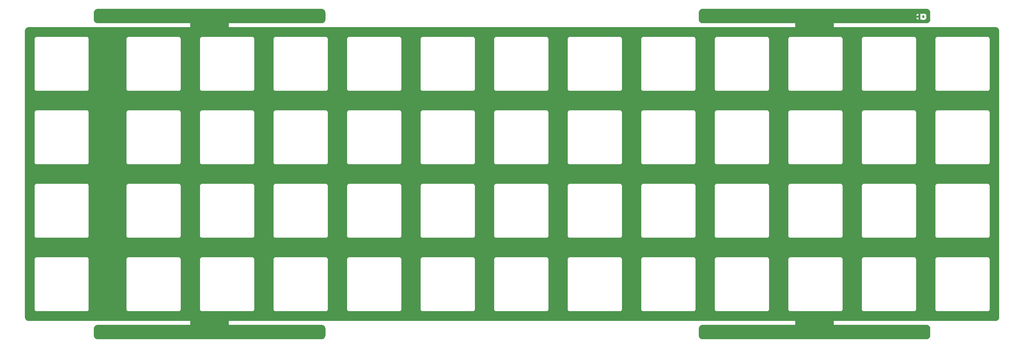
<source format=gbr>
%TF.GenerationSoftware,KiCad,Pcbnew,7.0.1-0*%
%TF.CreationDate,2023-08-03T16:04:49-05:00*%
%TF.ProjectId,plate,706c6174-652e-46b6-9963-61645f706362,rev?*%
%TF.SameCoordinates,Original*%
%TF.FileFunction,Copper,L2,Bot*%
%TF.FilePolarity,Positive*%
%FSLAX46Y46*%
G04 Gerber Fmt 4.6, Leading zero omitted, Abs format (unit mm)*
G04 Created by KiCad (PCBNEW 7.0.1-0) date 2023-08-03 16:04:49*
%MOMM*%
%LPD*%
G01*
G04 APERTURE LIST*
G04 Aperture macros list*
%AMRoundRect*
0 Rectangle with rounded corners*
0 $1 Rounding radius*
0 $2 $3 $4 $5 $6 $7 $8 $9 X,Y pos of 4 corners*
0 Add a 4 corners polygon primitive as box body*
4,1,4,$2,$3,$4,$5,$6,$7,$8,$9,$2,$3,0*
0 Add four circle primitives for the rounded corners*
1,1,$1+$1,$2,$3*
1,1,$1+$1,$4,$5*
1,1,$1+$1,$6,$7*
1,1,$1+$1,$8,$9*
0 Add four rect primitives between the rounded corners*
20,1,$1+$1,$2,$3,$4,$5,0*
20,1,$1+$1,$4,$5,$6,$7,0*
20,1,$1+$1,$6,$7,$8,$9,0*
20,1,$1+$1,$8,$9,$2,$3,0*%
G04 Aperture macros list end*
%TA.AperFunction,SMDPad,CuDef*%
%ADD10RoundRect,0.135000X0.135000X0.185000X-0.135000X0.185000X-0.135000X-0.185000X0.135000X-0.185000X0*%
%TD*%
%TA.AperFunction,ViaPad*%
%ADD11C,0.800000*%
%TD*%
%TA.AperFunction,Conductor*%
%ADD12C,0.250000*%
%TD*%
G04 APERTURE END LIST*
D10*
%TO.P,R1,1*%
%TO.N,unconnected-(R1-Pad1)*%
X256557500Y-41550000D03*
%TO.P,R1,2*%
%TO.N,GND*%
X255537500Y-41550000D03*
%TD*%
D11*
%TO.N,GND*%
X254375000Y-41550000D03*
%TD*%
D12*
%TO.N,GND*%
X255537500Y-41550000D02*
X254375000Y-41550000D01*
%TD*%
%TA.AperFunction,Conductor*%
%TO.N,GND*%
G36*
X100677290Y-39494760D02*
G01*
X100716687Y-39498206D01*
X100717870Y-39498316D01*
X100843676Y-39510707D01*
X100863593Y-39514331D01*
X100928268Y-39531660D01*
X100932104Y-39532756D01*
X100933478Y-39533173D01*
X101023470Y-39560472D01*
X101039877Y-39566749D01*
X101105690Y-39597437D01*
X101111739Y-39600461D01*
X101112390Y-39600809D01*
X101190988Y-39642820D01*
X101203636Y-39650590D01*
X101264731Y-39693368D01*
X101272263Y-39699082D01*
X101340415Y-39755014D01*
X101349426Y-39763181D01*
X101402496Y-39816251D01*
X101410668Y-39825267D01*
X101466624Y-39893449D01*
X101472339Y-39900981D01*
X101513502Y-39959768D01*
X101515063Y-39961996D01*
X101522846Y-39974666D01*
X101565290Y-40054071D01*
X101568314Y-40060120D01*
X101598912Y-40125737D01*
X101605191Y-40142147D01*
X101633031Y-40233924D01*
X101634144Y-40237824D01*
X101651339Y-40301993D01*
X101654968Y-40321933D01*
X101667497Y-40449135D01*
X101667622Y-40450482D01*
X101670923Y-40488209D01*
X101671395Y-40499017D01*
X101671395Y-42238377D01*
X101670923Y-42249185D01*
X101667486Y-42288468D01*
X101667361Y-42289815D01*
X101654975Y-42415567D01*
X101651347Y-42435505D01*
X101634048Y-42500066D01*
X101632934Y-42503967D01*
X101605208Y-42595371D01*
X101598930Y-42611781D01*
X101568255Y-42677565D01*
X101565230Y-42683615D01*
X101522863Y-42762877D01*
X101515081Y-42775545D01*
X101472321Y-42836614D01*
X101466598Y-42844157D01*
X101410678Y-42912295D01*
X101402507Y-42921310D01*
X101349421Y-42974397D01*
X101340403Y-42982571D01*
X101272250Y-43038502D01*
X101264711Y-43044222D01*
X101203669Y-43086965D01*
X101190998Y-43094749D01*
X101111664Y-43137155D01*
X101105612Y-43140180D01*
X101039911Y-43170815D01*
X101023503Y-43177093D01*
X100931955Y-43204863D01*
X100928055Y-43205977D01*
X100863641Y-43223237D01*
X100843702Y-43226865D01*
X100717321Y-43239313D01*
X100715975Y-43239438D01*
X100684523Y-43242190D01*
X100677368Y-43242816D01*
X100666563Y-43243288D01*
X76694768Y-43243288D01*
X76671894Y-43243246D01*
X76671511Y-43243403D01*
X76671353Y-43243639D01*
X76671371Y-43268404D01*
X76671366Y-43268404D01*
X76671395Y-43268548D01*
X76671395Y-44219028D01*
X76671354Y-44219234D01*
X76671354Y-44243788D01*
X76671395Y-44243887D01*
X76671512Y-44244171D01*
X76671513Y-44244172D01*
X76671703Y-44244250D01*
X76671895Y-44244329D01*
X76671897Y-44244327D01*
X76696511Y-44244312D01*
X76696511Y-44244316D01*
X76696655Y-44244288D01*
X223340885Y-44244288D01*
X223341028Y-44244316D01*
X223341029Y-44244312D01*
X223365642Y-44244327D01*
X223365645Y-44244329D01*
X223366028Y-44244171D01*
X223366145Y-44243887D01*
X223366186Y-44243788D01*
X223366186Y-44219234D01*
X223366145Y-44219028D01*
X223366145Y-43268548D01*
X223366173Y-43268404D01*
X223366169Y-43268404D01*
X223366186Y-43243786D01*
X223366028Y-43243404D01*
X223366027Y-43243403D01*
X223365646Y-43243246D01*
X223341071Y-43243280D01*
X223341070Y-43243250D01*
X223340885Y-43243288D01*
X199371062Y-43243288D01*
X199360256Y-43242816D01*
X199321011Y-43239383D01*
X199319663Y-43239258D01*
X199193829Y-43226865D01*
X199173894Y-43223238D01*
X199109610Y-43206016D01*
X199105703Y-43204900D01*
X199013972Y-43177073D01*
X198997567Y-43170797D01*
X198932094Y-43140269D01*
X198926041Y-43137243D01*
X198846435Y-43094692D01*
X198833769Y-43086911D01*
X198772996Y-43044360D01*
X198765451Y-43038636D01*
X198696968Y-42982433D01*
X198687960Y-42974269D01*
X198635167Y-42921478D01*
X198627013Y-42912481D01*
X198570718Y-42843886D01*
X198565018Y-42836374D01*
X198522549Y-42775723D01*
X198514788Y-42763089D01*
X198472041Y-42683115D01*
X198469038Y-42677108D01*
X198438670Y-42611983D01*
X198432396Y-42595588D01*
X198404316Y-42503017D01*
X198403216Y-42499165D01*
X198386210Y-42435698D01*
X198382584Y-42415770D01*
X198369855Y-42286540D01*
X198369784Y-42285776D01*
X198366615Y-42249549D01*
X198366145Y-42238766D01*
X198366145Y-41800000D01*
X254767569Y-41800000D01*
X254770333Y-41835127D01*
X254815093Y-41989192D01*
X254896764Y-42127290D01*
X255010209Y-42240735D01*
X255148304Y-42322404D01*
X255287500Y-42362844D01*
X255287500Y-41800000D01*
X254767569Y-41800000D01*
X198366145Y-41800000D01*
X198366145Y-41799180D01*
X255787000Y-41799180D01*
X255787118Y-41800668D01*
X255787500Y-41810393D01*
X255787500Y-42362844D01*
X255926693Y-42322405D01*
X255983886Y-42288581D01*
X256047008Y-42271313D01*
X256110129Y-42288581D01*
X256168107Y-42322869D01*
X256322296Y-42367665D01*
X256358319Y-42370500D01*
X256756680Y-42370499D01*
X256792704Y-42367665D01*
X256946893Y-42322869D01*
X257085098Y-42241135D01*
X257198635Y-42127598D01*
X257280369Y-41989393D01*
X257325165Y-41835204D01*
X257328000Y-41799181D01*
X257327999Y-41300820D01*
X257325165Y-41264796D01*
X257280369Y-41110607D01*
X257198635Y-40972402D01*
X257085098Y-40858865D01*
X257004871Y-40811419D01*
X256946892Y-40777130D01*
X256792706Y-40732335D01*
X256778294Y-40731201D01*
X256756681Y-40729500D01*
X256756678Y-40729500D01*
X256358320Y-40729500D01*
X256322294Y-40732335D01*
X256168107Y-40777130D01*
X256110127Y-40811419D01*
X256047007Y-40828686D01*
X255983887Y-40811418D01*
X255926695Y-40777595D01*
X255787499Y-40737155D01*
X255787500Y-40737156D01*
X255787500Y-41289592D01*
X255787118Y-41299318D01*
X255787000Y-41300817D01*
X255787000Y-41799180D01*
X198366145Y-41799180D01*
X198366145Y-41300000D01*
X254767569Y-41300000D01*
X255287500Y-41300000D01*
X255287500Y-40737155D01*
X255148304Y-40777595D01*
X255010209Y-40859264D01*
X254896764Y-40972709D01*
X254815093Y-41110807D01*
X254770333Y-41264872D01*
X254767569Y-41300000D01*
X198366145Y-41300000D01*
X198366145Y-40499201D01*
X198366617Y-40488396D01*
X198367072Y-40483192D01*
X198370086Y-40448743D01*
X198370167Y-40447874D01*
X198382562Y-40322027D01*
X198386184Y-40302122D01*
X198403581Y-40237198D01*
X198404643Y-40233480D01*
X198432313Y-40142262D01*
X198438578Y-40125889D01*
X198469423Y-40059744D01*
X198472427Y-40053739D01*
X198514598Y-39974843D01*
X198522382Y-39962172D01*
X198565421Y-39900709D01*
X198571089Y-39893236D01*
X198626709Y-39825463D01*
X198634830Y-39816503D01*
X198688383Y-39762955D01*
X198697346Y-39754831D01*
X198764954Y-39699347D01*
X198772443Y-39693666D01*
X198834179Y-39650440D01*
X198846797Y-39642689D01*
X198925216Y-39600773D01*
X198931157Y-39597803D01*
X198997959Y-39566656D01*
X199014332Y-39560391D01*
X199104145Y-39533147D01*
X199107890Y-39532079D01*
X199174248Y-39514301D01*
X199194161Y-39510677D01*
X199314684Y-39498807D01*
X199315737Y-39498709D01*
X199360912Y-39494758D01*
X199371709Y-39494288D01*
X257360227Y-39494288D01*
X257371036Y-39494760D01*
X257374116Y-39495029D01*
X257410876Y-39498247D01*
X257411677Y-39498321D01*
X257537361Y-39510700D01*
X257557286Y-39514326D01*
X257622363Y-39531766D01*
X257626245Y-39532875D01*
X257638353Y-39536547D01*
X257717105Y-39560436D01*
X257733497Y-39566708D01*
X257799808Y-39597631D01*
X257805812Y-39600633D01*
X257873451Y-39636787D01*
X257884531Y-39642710D01*
X257897203Y-39650495D01*
X257958776Y-39693611D01*
X257966314Y-39699330D01*
X258033882Y-39754781D01*
X258042901Y-39762955D01*
X258096488Y-39816544D01*
X258104658Y-39825559D01*
X258160036Y-39893037D01*
X258165758Y-39900579D01*
X258208979Y-39962306D01*
X258216762Y-39974976D01*
X258258656Y-40053354D01*
X258261680Y-40059403D01*
X258292755Y-40126044D01*
X258299034Y-40142453D01*
X258326353Y-40232512D01*
X258327467Y-40236414D01*
X258345119Y-40302294D01*
X258348747Y-40322232D01*
X258360805Y-40444650D01*
X258360930Y-40445996D01*
X258364673Y-40488772D01*
X258365145Y-40499581D01*
X258365145Y-42238375D01*
X258364673Y-42249184D01*
X258361234Y-42288487D01*
X258361109Y-42289832D01*
X258348725Y-42415573D01*
X258345097Y-42435511D01*
X258327818Y-42500001D01*
X258326704Y-42503905D01*
X258298947Y-42595407D01*
X258292669Y-42611813D01*
X258262057Y-42677465D01*
X258259032Y-42683517D01*
X258216578Y-42762942D01*
X258208796Y-42775609D01*
X258166154Y-42836511D01*
X258160432Y-42844054D01*
X258104341Y-42912402D01*
X258096170Y-42921418D01*
X258043292Y-42974298D01*
X258034275Y-42982471D01*
X257965795Y-43038672D01*
X257958254Y-43044393D01*
X257897587Y-43086874D01*
X257884916Y-43094658D01*
X257804952Y-43137400D01*
X257798907Y-43140422D01*
X257733882Y-43170747D01*
X257717468Y-43177028D01*
X257624589Y-43205202D01*
X257620693Y-43206314D01*
X257557643Y-43223211D01*
X257537698Y-43226841D01*
X257406755Y-43239738D01*
X257405416Y-43239862D01*
X257371688Y-43242815D01*
X257360873Y-43243288D01*
X233388518Y-43243288D01*
X233365644Y-43243246D01*
X233365261Y-43243403D01*
X233365103Y-43243639D01*
X233365121Y-43268404D01*
X233365116Y-43268404D01*
X233365145Y-43268548D01*
X233365145Y-44219028D01*
X233365104Y-44219234D01*
X233365104Y-44243788D01*
X233365145Y-44243887D01*
X233365262Y-44244171D01*
X233365263Y-44244172D01*
X233365453Y-44244250D01*
X233365645Y-44244329D01*
X233365647Y-44244327D01*
X233390261Y-44244312D01*
X233390261Y-44244316D01*
X233390405Y-44244288D01*
X275219605Y-44244288D01*
X275230412Y-44244760D01*
X275238185Y-44245440D01*
X275269994Y-44248223D01*
X275271063Y-44248322D01*
X275396778Y-44260705D01*
X275416688Y-44264328D01*
X275481565Y-44281712D01*
X275485351Y-44282793D01*
X275576546Y-44310456D01*
X275592939Y-44316729D01*
X275659036Y-44347551D01*
X275664985Y-44350525D01*
X275744015Y-44392768D01*
X275756671Y-44400544D01*
X275777800Y-44415339D01*
X275818001Y-44443489D01*
X275825540Y-44449208D01*
X275864066Y-44480824D01*
X275893394Y-44504894D01*
X275902408Y-44513064D01*
X275955747Y-44566404D01*
X275963918Y-44575419D01*
X276019580Y-44643243D01*
X276025294Y-44650774D01*
X276068275Y-44712158D01*
X276076054Y-44724820D01*
X276118225Y-44803715D01*
X276121240Y-44809746D01*
X276125719Y-44819351D01*
X276152083Y-44875890D01*
X276158361Y-44892298D01*
X276185946Y-44983234D01*
X276187059Y-44987134D01*
X276204478Y-45052139D01*
X276208107Y-45072080D01*
X276220402Y-45196915D01*
X276220527Y-45198257D01*
X276224048Y-45238483D01*
X276224520Y-45249295D01*
X276224520Y-119438376D01*
X276224048Y-119449182D01*
X276220612Y-119488460D01*
X276220487Y-119489809D01*
X276208100Y-119615569D01*
X276204472Y-119635506D01*
X276187181Y-119700041D01*
X276186067Y-119703944D01*
X276158328Y-119795387D01*
X276152050Y-119811795D01*
X276121403Y-119877520D01*
X276118378Y-119883571D01*
X276075970Y-119962910D01*
X276068188Y-119975577D01*
X276025490Y-120036559D01*
X276019767Y-120044103D01*
X275963758Y-120112350D01*
X275955587Y-120121365D01*
X275902608Y-120174345D01*
X275893592Y-120182517D01*
X275825272Y-120238587D01*
X275817731Y-120244309D01*
X275756875Y-120286922D01*
X275744203Y-120294706D01*
X275664564Y-120337274D01*
X275658517Y-120340298D01*
X275593146Y-120370782D01*
X275576736Y-120377061D01*
X275484509Y-120405038D01*
X275480608Y-120406151D01*
X275416897Y-120423223D01*
X275396957Y-120426852D01*
X275268303Y-120439524D01*
X275266960Y-120439649D01*
X275237393Y-120442236D01*
X275230774Y-120442816D01*
X275219966Y-120443288D01*
X233390405Y-120443288D01*
X233390199Y-120443247D01*
X233365643Y-120443247D01*
X233365452Y-120443326D01*
X233365264Y-120443403D01*
X233365260Y-120443406D01*
X233365104Y-120443787D01*
X233365121Y-120468404D01*
X233365116Y-120468404D01*
X233365145Y-120468548D01*
X233365145Y-121419028D01*
X233365104Y-121419234D01*
X233365104Y-121443788D01*
X233365145Y-121443887D01*
X233365262Y-121444171D01*
X233365263Y-121444172D01*
X233365453Y-121444250D01*
X233365645Y-121444329D01*
X233365647Y-121444327D01*
X233390261Y-121444312D01*
X233390261Y-121444316D01*
X233390405Y-121444288D01*
X257360227Y-121444288D01*
X257371036Y-121444760D01*
X257374116Y-121445029D01*
X257410876Y-121448247D01*
X257411677Y-121448321D01*
X257537361Y-121460700D01*
X257557286Y-121464326D01*
X257622363Y-121481766D01*
X257626245Y-121482875D01*
X257638353Y-121486547D01*
X257717105Y-121510436D01*
X257733497Y-121516708D01*
X257799808Y-121547631D01*
X257805812Y-121550633D01*
X257873451Y-121586787D01*
X257884531Y-121592710D01*
X257897203Y-121600495D01*
X257958776Y-121643611D01*
X257966314Y-121649330D01*
X258033882Y-121704781D01*
X258042901Y-121712955D01*
X258096488Y-121766544D01*
X258104658Y-121775559D01*
X258160036Y-121843037D01*
X258165758Y-121850579D01*
X258208979Y-121912306D01*
X258216762Y-121924976D01*
X258258656Y-122003354D01*
X258261680Y-122009403D01*
X258292755Y-122076044D01*
X258299034Y-122092453D01*
X258326353Y-122182512D01*
X258327467Y-122186414D01*
X258345119Y-122252294D01*
X258348747Y-122272232D01*
X258360805Y-122394650D01*
X258360930Y-122395996D01*
X258364673Y-122438772D01*
X258365145Y-122449581D01*
X258365145Y-124188375D01*
X258364673Y-124199184D01*
X258361234Y-124238487D01*
X258361109Y-124239832D01*
X258348725Y-124365573D01*
X258345097Y-124385511D01*
X258327818Y-124450001D01*
X258326704Y-124453905D01*
X258298947Y-124545407D01*
X258292669Y-124561813D01*
X258262057Y-124627465D01*
X258259032Y-124633517D01*
X258216578Y-124712942D01*
X258208796Y-124725609D01*
X258166154Y-124786511D01*
X258160432Y-124794054D01*
X258104341Y-124862402D01*
X258096170Y-124871418D01*
X258043292Y-124924298D01*
X258034275Y-124932471D01*
X257965795Y-124988672D01*
X257958254Y-124994393D01*
X257897587Y-125036874D01*
X257884916Y-125044658D01*
X257804952Y-125087400D01*
X257798907Y-125090422D01*
X257733882Y-125120747D01*
X257717468Y-125127028D01*
X257624589Y-125155202D01*
X257620693Y-125156314D01*
X257557643Y-125173211D01*
X257537698Y-125176841D01*
X257406755Y-125189738D01*
X257405416Y-125189862D01*
X257371688Y-125192815D01*
X257360873Y-125193288D01*
X199371062Y-125193288D01*
X199360256Y-125192816D01*
X199321011Y-125189383D01*
X199319663Y-125189258D01*
X199193829Y-125176865D01*
X199173894Y-125173238D01*
X199109610Y-125156016D01*
X199105703Y-125154900D01*
X199013972Y-125127073D01*
X198997567Y-125120797D01*
X198932094Y-125090269D01*
X198926041Y-125087243D01*
X198846435Y-125044692D01*
X198833769Y-125036911D01*
X198772996Y-124994360D01*
X198765451Y-124988636D01*
X198696968Y-124932433D01*
X198687960Y-124924269D01*
X198635167Y-124871478D01*
X198627013Y-124862481D01*
X198570718Y-124793886D01*
X198565018Y-124786374D01*
X198522549Y-124725723D01*
X198514788Y-124713089D01*
X198472041Y-124633115D01*
X198469038Y-124627108D01*
X198438670Y-124561983D01*
X198432396Y-124545588D01*
X198404316Y-124453017D01*
X198403216Y-124449165D01*
X198386210Y-124385698D01*
X198382584Y-124365770D01*
X198369855Y-124236540D01*
X198369784Y-124235776D01*
X198366615Y-124199549D01*
X198366145Y-124188766D01*
X198366145Y-122449201D01*
X198366617Y-122438396D01*
X198367072Y-122433192D01*
X198370086Y-122398743D01*
X198370167Y-122397874D01*
X198382562Y-122272027D01*
X198386184Y-122252122D01*
X198403581Y-122187198D01*
X198404643Y-122183480D01*
X198432313Y-122092262D01*
X198438578Y-122075889D01*
X198469423Y-122009744D01*
X198472427Y-122003739D01*
X198514598Y-121924843D01*
X198522382Y-121912172D01*
X198565421Y-121850709D01*
X198571089Y-121843236D01*
X198626709Y-121775463D01*
X198634830Y-121766503D01*
X198688383Y-121712955D01*
X198697346Y-121704831D01*
X198764954Y-121649347D01*
X198772443Y-121643666D01*
X198834179Y-121600440D01*
X198846797Y-121592689D01*
X198925216Y-121550773D01*
X198931157Y-121547803D01*
X198997959Y-121516656D01*
X199014332Y-121510391D01*
X199104145Y-121483147D01*
X199107890Y-121482079D01*
X199174248Y-121464301D01*
X199194161Y-121460677D01*
X199314684Y-121448807D01*
X199315737Y-121448709D01*
X199360912Y-121444758D01*
X199371709Y-121444288D01*
X223340885Y-121444288D01*
X223341028Y-121444316D01*
X223341029Y-121444312D01*
X223365642Y-121444327D01*
X223365645Y-121444329D01*
X223366028Y-121444171D01*
X223366145Y-121443887D01*
X223366186Y-121443788D01*
X223366186Y-121419234D01*
X223366145Y-121419028D01*
X223366145Y-120468548D01*
X223366173Y-120468404D01*
X223366169Y-120468404D01*
X223366184Y-120443790D01*
X223366186Y-120443788D01*
X223366106Y-120443596D01*
X223366029Y-120443406D01*
X223366025Y-120443402D01*
X223365839Y-120443326D01*
X223365647Y-120443247D01*
X223341091Y-120443247D01*
X223340885Y-120443288D01*
X76696655Y-120443288D01*
X76696449Y-120443247D01*
X76671893Y-120443247D01*
X76671702Y-120443326D01*
X76671514Y-120443403D01*
X76671510Y-120443406D01*
X76671354Y-120443787D01*
X76671371Y-120468404D01*
X76671366Y-120468404D01*
X76671395Y-120468548D01*
X76671395Y-121419028D01*
X76671354Y-121419234D01*
X76671354Y-121443788D01*
X76671395Y-121443887D01*
X76671511Y-121444170D01*
X76671512Y-121444171D01*
X76671513Y-121444172D01*
X76671703Y-121444250D01*
X76671895Y-121444329D01*
X76671897Y-121444327D01*
X76696511Y-121444312D01*
X76696511Y-121444316D01*
X76696655Y-121444288D01*
X100666485Y-121444288D01*
X100677290Y-121444760D01*
X100716687Y-121448206D01*
X100717870Y-121448316D01*
X100843676Y-121460707D01*
X100863593Y-121464331D01*
X100928268Y-121481660D01*
X100932104Y-121482756D01*
X100933478Y-121483173D01*
X101023470Y-121510472D01*
X101039877Y-121516749D01*
X101105690Y-121547437D01*
X101111739Y-121550461D01*
X101112390Y-121550809D01*
X101190988Y-121592820D01*
X101203636Y-121600590D01*
X101264731Y-121643368D01*
X101272263Y-121649082D01*
X101340415Y-121705014D01*
X101349426Y-121713181D01*
X101402496Y-121766251D01*
X101410668Y-121775267D01*
X101466624Y-121843449D01*
X101472339Y-121850981D01*
X101513502Y-121909768D01*
X101515063Y-121911996D01*
X101522846Y-121924666D01*
X101565290Y-122004071D01*
X101568314Y-122010120D01*
X101598912Y-122075737D01*
X101605191Y-122092147D01*
X101633031Y-122183924D01*
X101634144Y-122187824D01*
X101651339Y-122251993D01*
X101654968Y-122271933D01*
X101667497Y-122399135D01*
X101667622Y-122400482D01*
X101670923Y-122438209D01*
X101671395Y-122449017D01*
X101671395Y-124188377D01*
X101670923Y-124199185D01*
X101667486Y-124238468D01*
X101667361Y-124239815D01*
X101654975Y-124365567D01*
X101651347Y-124385505D01*
X101634048Y-124450066D01*
X101632934Y-124453967D01*
X101605208Y-124545371D01*
X101598930Y-124561781D01*
X101568255Y-124627565D01*
X101565230Y-124633615D01*
X101522863Y-124712877D01*
X101515081Y-124725545D01*
X101472321Y-124786614D01*
X101466598Y-124794157D01*
X101410678Y-124862295D01*
X101402507Y-124871310D01*
X101349421Y-124924397D01*
X101340403Y-124932571D01*
X101272250Y-124988502D01*
X101264711Y-124994222D01*
X101203669Y-125036965D01*
X101190998Y-125044749D01*
X101111664Y-125087155D01*
X101105612Y-125090180D01*
X101039911Y-125120815D01*
X101023503Y-125127093D01*
X100931955Y-125154863D01*
X100928055Y-125155977D01*
X100863641Y-125173237D01*
X100843702Y-125176865D01*
X100717321Y-125189313D01*
X100715975Y-125189438D01*
X100684523Y-125192190D01*
X100677368Y-125192816D01*
X100666563Y-125193288D01*
X42677311Y-125193288D01*
X42666501Y-125192816D01*
X42663433Y-125192547D01*
X42627116Y-125189369D01*
X42625774Y-125189244D01*
X42500138Y-125176870D01*
X42480199Y-125173242D01*
X42415476Y-125155900D01*
X42411588Y-125154790D01*
X42320353Y-125127114D01*
X42303948Y-125120837D01*
X42281639Y-125110434D01*
X42237979Y-125090074D01*
X42231934Y-125087051D01*
X42152889Y-125044801D01*
X42140219Y-125037018D01*
X42078947Y-124994115D01*
X42071406Y-124988394D01*
X42003486Y-124932653D01*
X41994479Y-124924490D01*
X41967826Y-124897837D01*
X41941190Y-124871200D01*
X41933020Y-124862186D01*
X41877295Y-124794284D01*
X41871599Y-124786777D01*
X41828644Y-124725429D01*
X41820866Y-124712766D01*
X41778687Y-124633854D01*
X41775663Y-124627805D01*
X41775551Y-124627565D01*
X41744823Y-124561667D01*
X41738552Y-124545277D01*
X41711005Y-124454464D01*
X41709891Y-124450563D01*
X41709758Y-124450066D01*
X41692429Y-124385391D01*
X41688804Y-124365470D01*
X41676556Y-124241116D01*
X41676488Y-124240386D01*
X41672865Y-124198973D01*
X41672395Y-124188181D01*
X41672395Y-122449200D01*
X41672867Y-122438395D01*
X41673337Y-122433012D01*
X41676326Y-122398857D01*
X41676420Y-122397843D01*
X41688812Y-122272029D01*
X41692437Y-122252103D01*
X41709806Y-122187282D01*
X41710890Y-122183489D01*
X41738570Y-122092239D01*
X41744836Y-122075861D01*
X41775627Y-122009831D01*
X41778624Y-122003837D01*
X41820887Y-121924769D01*
X41828653Y-121912126D01*
X41871586Y-121850813D01*
X41877274Y-121843316D01*
X41933046Y-121775358D01*
X41941174Y-121766390D01*
X41994504Y-121713061D01*
X42003462Y-121704941D01*
X42071420Y-121649169D01*
X42078897Y-121643497D01*
X42140254Y-121600534D01*
X42152878Y-121592779D01*
X42231929Y-121550525D01*
X42237860Y-121547560D01*
X42303997Y-121516720D01*
X42320366Y-121510457D01*
X42411474Y-121482820D01*
X42415215Y-121481752D01*
X42480251Y-121464325D01*
X42500164Y-121460702D01*
X42625532Y-121448354D01*
X42626045Y-121448306D01*
X42666596Y-121444758D01*
X42677388Y-121444288D01*
X66647135Y-121444288D01*
X66647278Y-121444316D01*
X66647279Y-121444312D01*
X66671892Y-121444327D01*
X66671895Y-121444329D01*
X66672278Y-121444171D01*
X66672395Y-121443887D01*
X66672436Y-121443788D01*
X66672436Y-121419234D01*
X66672395Y-121419028D01*
X66672395Y-120468548D01*
X66672423Y-120468404D01*
X66672419Y-120468404D01*
X66672434Y-120443790D01*
X66672436Y-120443788D01*
X66672357Y-120443596D01*
X66672279Y-120443406D01*
X66672275Y-120443402D01*
X66672089Y-120443326D01*
X66671897Y-120443247D01*
X66647341Y-120443247D01*
X66647135Y-120443288D01*
X24817930Y-120443288D01*
X24807126Y-120442816D01*
X24799829Y-120442177D01*
X24767852Y-120439380D01*
X24766506Y-120439255D01*
X24640735Y-120426868D01*
X24620797Y-120423240D01*
X24556296Y-120405958D01*
X24552393Y-120404844D01*
X24460913Y-120377094D01*
X24444506Y-120370816D01*
X24378790Y-120340174D01*
X24372757Y-120337158D01*
X24293401Y-120294741D01*
X24280737Y-120286962D01*
X24280680Y-120286922D01*
X24219715Y-120244234D01*
X24212207Y-120238538D01*
X24143977Y-120182544D01*
X24134969Y-120174378D01*
X24081932Y-120121342D01*
X24073759Y-120112325D01*
X24017755Y-120044083D01*
X24012063Y-120036581D01*
X23969348Y-119975577D01*
X23961574Y-119962922D01*
X23919160Y-119883571D01*
X23919118Y-119883492D01*
X23916110Y-119877476D01*
X23885493Y-119811817D01*
X23879221Y-119795424D01*
X23851412Y-119703746D01*
X23850305Y-119699870D01*
X23833068Y-119635538D01*
X23829444Y-119615622D01*
X23816953Y-119488799D01*
X23816892Y-119488152D01*
X23813490Y-119449252D01*
X23813020Y-119438472D01*
X23813020Y-117475180D01*
X26337011Y-117475180D01*
X26362107Y-117585143D01*
X26386366Y-117635517D01*
X26411043Y-117686760D01*
X26481365Y-117774941D01*
X26569547Y-117845261D01*
X26671166Y-117894196D01*
X26781126Y-117919290D01*
X26837520Y-117919288D01*
X26838020Y-117919288D01*
X39786127Y-117919288D01*
X39786297Y-117919321D01*
X39837520Y-117919320D01*
X39893915Y-117919318D01*
X40003875Y-117894216D01*
X40105492Y-117845275D01*
X40193672Y-117774949D01*
X40263992Y-117686765D01*
X40312926Y-117585144D01*
X40338021Y-117475182D01*
X40338021Y-117475180D01*
X50149511Y-117475180D01*
X50174607Y-117585143D01*
X50198866Y-117635517D01*
X50223543Y-117686760D01*
X50293865Y-117774941D01*
X50382047Y-117845261D01*
X50483666Y-117894196D01*
X50593626Y-117919290D01*
X50650020Y-117919288D01*
X50650520Y-117919288D01*
X63598627Y-117919288D01*
X63598797Y-117919321D01*
X63650020Y-117919320D01*
X63706415Y-117919318D01*
X63816375Y-117894216D01*
X63917992Y-117845275D01*
X64006172Y-117774949D01*
X64076492Y-117686765D01*
X64125426Y-117585144D01*
X64150521Y-117475182D01*
X64150521Y-117475180D01*
X69199511Y-117475180D01*
X69224607Y-117585143D01*
X69248866Y-117635517D01*
X69273543Y-117686760D01*
X69343865Y-117774941D01*
X69432047Y-117845261D01*
X69533666Y-117894196D01*
X69643626Y-117919290D01*
X69700020Y-117919288D01*
X69700520Y-117919288D01*
X82648627Y-117919288D01*
X82648797Y-117919321D01*
X82700020Y-117919320D01*
X82756415Y-117919318D01*
X82866375Y-117894216D01*
X82967992Y-117845275D01*
X83056172Y-117774949D01*
X83126492Y-117686765D01*
X83175426Y-117585144D01*
X83200521Y-117475182D01*
X83200521Y-117475180D01*
X88249511Y-117475180D01*
X88274607Y-117585143D01*
X88298866Y-117635517D01*
X88323543Y-117686760D01*
X88393865Y-117774941D01*
X88482047Y-117845261D01*
X88583666Y-117894196D01*
X88693626Y-117919290D01*
X88750020Y-117919288D01*
X88750520Y-117919288D01*
X101698627Y-117919288D01*
X101698797Y-117919321D01*
X101750020Y-117919320D01*
X101806415Y-117919318D01*
X101916375Y-117894216D01*
X102017992Y-117845275D01*
X102106172Y-117774949D01*
X102176492Y-117686765D01*
X102225426Y-117585144D01*
X102250521Y-117475182D01*
X102250521Y-117475180D01*
X107299511Y-117475180D01*
X107324607Y-117585143D01*
X107348866Y-117635517D01*
X107373543Y-117686760D01*
X107443865Y-117774941D01*
X107532047Y-117845261D01*
X107633666Y-117894196D01*
X107743626Y-117919290D01*
X107800020Y-117919288D01*
X107800520Y-117919288D01*
X120748627Y-117919288D01*
X120748797Y-117919321D01*
X120800020Y-117919320D01*
X120856415Y-117919318D01*
X120966375Y-117894216D01*
X121067992Y-117845275D01*
X121156172Y-117774949D01*
X121226492Y-117686765D01*
X121275426Y-117585144D01*
X121300521Y-117475182D01*
X121300521Y-117475180D01*
X126349511Y-117475180D01*
X126374607Y-117585143D01*
X126398866Y-117635517D01*
X126423543Y-117686760D01*
X126493865Y-117774941D01*
X126582047Y-117845261D01*
X126683666Y-117894196D01*
X126793626Y-117919290D01*
X126850020Y-117919288D01*
X126850520Y-117919288D01*
X139798627Y-117919288D01*
X139798797Y-117919321D01*
X139850020Y-117919320D01*
X139906415Y-117919318D01*
X140016375Y-117894216D01*
X140117992Y-117845275D01*
X140206172Y-117774949D01*
X140276492Y-117686765D01*
X140325426Y-117585144D01*
X140350521Y-117475182D01*
X140350521Y-117475180D01*
X145399511Y-117475180D01*
X145424607Y-117585143D01*
X145448866Y-117635517D01*
X145473543Y-117686760D01*
X145543865Y-117774941D01*
X145632047Y-117845261D01*
X145733666Y-117894196D01*
X145843626Y-117919290D01*
X145900020Y-117919288D01*
X145900520Y-117919288D01*
X158848627Y-117919288D01*
X158848797Y-117919321D01*
X158900020Y-117919320D01*
X158956415Y-117919318D01*
X159066375Y-117894216D01*
X159167992Y-117845275D01*
X159256172Y-117774949D01*
X159326492Y-117686765D01*
X159375426Y-117585144D01*
X159400521Y-117475182D01*
X159400521Y-117475180D01*
X164449511Y-117475180D01*
X164474607Y-117585143D01*
X164498866Y-117635517D01*
X164523543Y-117686760D01*
X164593865Y-117774941D01*
X164682047Y-117845261D01*
X164783666Y-117894196D01*
X164893626Y-117919290D01*
X164950020Y-117919288D01*
X164950520Y-117919288D01*
X177898627Y-117919288D01*
X177898797Y-117919321D01*
X177950020Y-117919320D01*
X178006415Y-117919318D01*
X178116375Y-117894216D01*
X178217992Y-117845275D01*
X178306172Y-117774949D01*
X178376492Y-117686765D01*
X178425426Y-117585144D01*
X178450521Y-117475182D01*
X178450521Y-117475180D01*
X183499511Y-117475180D01*
X183524607Y-117585143D01*
X183548866Y-117635517D01*
X183573543Y-117686760D01*
X183643865Y-117774941D01*
X183732047Y-117845261D01*
X183833666Y-117894196D01*
X183943626Y-117919290D01*
X184000020Y-117919288D01*
X184000520Y-117919288D01*
X196948627Y-117919288D01*
X196948797Y-117919321D01*
X197000020Y-117919320D01*
X197056415Y-117919318D01*
X197166375Y-117894216D01*
X197267992Y-117845275D01*
X197356172Y-117774949D01*
X197426492Y-117686765D01*
X197475426Y-117585144D01*
X197500521Y-117475182D01*
X197500521Y-117475180D01*
X202549511Y-117475180D01*
X202574607Y-117585143D01*
X202598866Y-117635517D01*
X202623543Y-117686760D01*
X202693865Y-117774941D01*
X202782047Y-117845261D01*
X202883666Y-117894196D01*
X202993626Y-117919290D01*
X203050020Y-117919288D01*
X203050520Y-117919288D01*
X215998627Y-117919288D01*
X215998797Y-117919321D01*
X216050020Y-117919320D01*
X216106415Y-117919318D01*
X216216375Y-117894216D01*
X216317992Y-117845275D01*
X216406172Y-117774949D01*
X216476492Y-117686765D01*
X216525426Y-117585144D01*
X216550521Y-117475182D01*
X216550521Y-117475180D01*
X221599511Y-117475180D01*
X221624607Y-117585143D01*
X221648866Y-117635517D01*
X221673543Y-117686760D01*
X221743865Y-117774941D01*
X221832047Y-117845261D01*
X221933666Y-117894196D01*
X222043626Y-117919290D01*
X222100020Y-117919288D01*
X222100520Y-117919288D01*
X235048627Y-117919288D01*
X235048797Y-117919321D01*
X235100020Y-117919320D01*
X235156415Y-117919318D01*
X235266375Y-117894216D01*
X235367992Y-117845275D01*
X235456172Y-117774949D01*
X235526492Y-117686765D01*
X235575426Y-117585144D01*
X235600521Y-117475182D01*
X235600521Y-117475180D01*
X240649511Y-117475180D01*
X240674607Y-117585143D01*
X240698866Y-117635517D01*
X240723543Y-117686760D01*
X240793865Y-117774941D01*
X240882047Y-117845261D01*
X240983666Y-117894196D01*
X241093626Y-117919290D01*
X241150020Y-117919288D01*
X241150520Y-117919288D01*
X254098627Y-117919288D01*
X254098797Y-117919321D01*
X254150020Y-117919320D01*
X254206415Y-117919318D01*
X254316375Y-117894216D01*
X254417992Y-117845275D01*
X254506172Y-117774949D01*
X254576492Y-117686765D01*
X254625426Y-117585144D01*
X254650521Y-117475182D01*
X254650521Y-117475180D01*
X259699511Y-117475180D01*
X259724607Y-117585143D01*
X259748866Y-117635517D01*
X259773543Y-117686760D01*
X259843865Y-117774941D01*
X259932047Y-117845261D01*
X260033666Y-117894196D01*
X260143626Y-117919290D01*
X260200020Y-117919288D01*
X260200520Y-117919288D01*
X273148627Y-117919288D01*
X273148797Y-117919321D01*
X273200020Y-117919320D01*
X273256415Y-117919318D01*
X273366375Y-117894216D01*
X273467992Y-117845275D01*
X273556172Y-117774949D01*
X273626492Y-117686765D01*
X273675426Y-117585144D01*
X273700521Y-117475182D01*
X273700520Y-117418788D01*
X273700520Y-117418288D01*
X273700520Y-104418689D01*
X273700520Y-104418688D01*
X273700520Y-104392096D01*
X273700511Y-104392054D01*
X273700511Y-104362397D01*
X273675413Y-104252440D01*
X273626477Y-104150826D01*
X273556158Y-104062648D01*
X273467981Y-103992327D01*
X273366366Y-103943389D01*
X273256412Y-103918289D01*
X273200119Y-103918288D01*
X260199921Y-103918288D01*
X260176267Y-103918288D01*
X260176105Y-103918318D01*
X260143628Y-103918318D01*
X260033675Y-103943408D01*
X259932057Y-103992341D01*
X259843878Y-104062656D01*
X259773562Y-104150826D01*
X259773558Y-104150831D01*
X259727661Y-104246130D01*
X259724620Y-104252445D01*
X259699520Y-104362396D01*
X259699520Y-117367417D01*
X259699512Y-117367452D01*
X259699511Y-117475180D01*
X254650521Y-117475180D01*
X254650520Y-117418788D01*
X254650520Y-117418288D01*
X254650520Y-104418689D01*
X254650520Y-104418688D01*
X254650520Y-104392096D01*
X254650511Y-104392054D01*
X254650511Y-104362397D01*
X254625413Y-104252440D01*
X254576477Y-104150826D01*
X254506158Y-104062648D01*
X254417981Y-103992327D01*
X254316366Y-103943389D01*
X254206412Y-103918289D01*
X254150119Y-103918288D01*
X241149921Y-103918288D01*
X241126267Y-103918288D01*
X241126105Y-103918318D01*
X241093628Y-103918318D01*
X240983675Y-103943408D01*
X240882057Y-103992341D01*
X240793878Y-104062656D01*
X240723562Y-104150826D01*
X240723558Y-104150831D01*
X240677661Y-104246130D01*
X240674620Y-104252445D01*
X240649520Y-104362396D01*
X240649520Y-117367417D01*
X240649512Y-117367452D01*
X240649511Y-117475180D01*
X235600521Y-117475180D01*
X235600520Y-117418788D01*
X235600520Y-117418288D01*
X235600520Y-104418689D01*
X235600520Y-104418688D01*
X235600520Y-104392096D01*
X235600511Y-104392054D01*
X235600511Y-104362397D01*
X235575413Y-104252440D01*
X235526477Y-104150826D01*
X235456158Y-104062648D01*
X235367981Y-103992327D01*
X235266366Y-103943389D01*
X235156412Y-103918289D01*
X235100119Y-103918288D01*
X222099921Y-103918288D01*
X222076267Y-103918288D01*
X222076105Y-103918318D01*
X222043628Y-103918318D01*
X221933675Y-103943408D01*
X221832057Y-103992341D01*
X221743878Y-104062656D01*
X221673562Y-104150826D01*
X221673558Y-104150831D01*
X221627661Y-104246130D01*
X221624620Y-104252445D01*
X221599520Y-104362396D01*
X221599520Y-117367417D01*
X221599512Y-117367452D01*
X221599511Y-117475180D01*
X216550521Y-117475180D01*
X216550520Y-117418788D01*
X216550520Y-117418288D01*
X216550520Y-104418689D01*
X216550520Y-104418688D01*
X216550520Y-104392096D01*
X216550511Y-104392054D01*
X216550511Y-104362397D01*
X216525413Y-104252440D01*
X216476477Y-104150826D01*
X216406158Y-104062648D01*
X216317981Y-103992327D01*
X216216366Y-103943389D01*
X216106412Y-103918289D01*
X216050119Y-103918288D01*
X203049921Y-103918288D01*
X203026267Y-103918288D01*
X203026105Y-103918318D01*
X202993628Y-103918318D01*
X202883675Y-103943408D01*
X202782057Y-103992341D01*
X202693878Y-104062656D01*
X202623562Y-104150826D01*
X202623558Y-104150831D01*
X202577661Y-104246130D01*
X202574620Y-104252445D01*
X202549520Y-104362396D01*
X202549520Y-117367417D01*
X202549512Y-117367452D01*
X202549511Y-117475180D01*
X197500521Y-117475180D01*
X197500520Y-117418788D01*
X197500520Y-117418288D01*
X197500520Y-104418689D01*
X197500520Y-104418688D01*
X197500520Y-104392096D01*
X197500511Y-104392054D01*
X197500511Y-104362397D01*
X197475413Y-104252440D01*
X197426477Y-104150826D01*
X197356158Y-104062648D01*
X197267981Y-103992327D01*
X197166366Y-103943389D01*
X197056412Y-103918289D01*
X197000119Y-103918288D01*
X183999921Y-103918288D01*
X183976267Y-103918288D01*
X183976105Y-103918318D01*
X183943628Y-103918318D01*
X183833675Y-103943408D01*
X183732057Y-103992341D01*
X183643878Y-104062656D01*
X183573562Y-104150826D01*
X183573558Y-104150831D01*
X183527661Y-104246130D01*
X183524620Y-104252445D01*
X183499520Y-104362396D01*
X183499520Y-117367417D01*
X183499512Y-117367452D01*
X183499511Y-117475180D01*
X178450521Y-117475180D01*
X178450520Y-117418788D01*
X178450520Y-117418288D01*
X178450520Y-104418689D01*
X178450520Y-104418688D01*
X178450520Y-104392096D01*
X178450511Y-104392054D01*
X178450511Y-104362397D01*
X178425413Y-104252440D01*
X178376477Y-104150826D01*
X178306158Y-104062648D01*
X178217981Y-103992327D01*
X178116366Y-103943389D01*
X178006412Y-103918289D01*
X177950119Y-103918288D01*
X164949921Y-103918288D01*
X164926267Y-103918288D01*
X164926105Y-103918318D01*
X164893628Y-103918318D01*
X164783675Y-103943408D01*
X164682057Y-103992341D01*
X164593878Y-104062656D01*
X164523562Y-104150826D01*
X164523558Y-104150831D01*
X164477661Y-104246130D01*
X164474620Y-104252445D01*
X164449520Y-104362396D01*
X164449520Y-117367417D01*
X164449512Y-117367452D01*
X164449511Y-117475180D01*
X159400521Y-117475180D01*
X159400520Y-117418788D01*
X159400520Y-117418288D01*
X159400520Y-104418689D01*
X159400520Y-104418688D01*
X159400520Y-104392096D01*
X159400511Y-104392054D01*
X159400511Y-104362397D01*
X159375413Y-104252440D01*
X159326477Y-104150826D01*
X159256158Y-104062648D01*
X159167981Y-103992327D01*
X159066366Y-103943389D01*
X158956412Y-103918289D01*
X158900119Y-103918288D01*
X145899921Y-103918288D01*
X145876267Y-103918288D01*
X145876105Y-103918318D01*
X145843628Y-103918318D01*
X145733675Y-103943408D01*
X145632057Y-103992341D01*
X145543878Y-104062656D01*
X145473562Y-104150826D01*
X145473558Y-104150831D01*
X145427661Y-104246130D01*
X145424620Y-104252445D01*
X145399520Y-104362396D01*
X145399520Y-117367417D01*
X145399512Y-117367452D01*
X145399511Y-117475180D01*
X140350521Y-117475180D01*
X140350520Y-117418788D01*
X140350520Y-117418288D01*
X140350520Y-104418689D01*
X140350520Y-104418688D01*
X140350520Y-104392096D01*
X140350511Y-104392054D01*
X140350511Y-104362397D01*
X140325413Y-104252440D01*
X140276477Y-104150826D01*
X140206158Y-104062648D01*
X140117981Y-103992327D01*
X140016366Y-103943389D01*
X139906412Y-103918289D01*
X139850119Y-103918288D01*
X126849921Y-103918288D01*
X126826267Y-103918288D01*
X126826105Y-103918318D01*
X126793628Y-103918318D01*
X126683675Y-103943408D01*
X126582057Y-103992341D01*
X126493878Y-104062656D01*
X126423562Y-104150826D01*
X126423558Y-104150831D01*
X126377661Y-104246130D01*
X126374620Y-104252445D01*
X126349520Y-104362396D01*
X126349520Y-117367417D01*
X126349512Y-117367452D01*
X126349511Y-117475180D01*
X121300521Y-117475180D01*
X121300520Y-117418788D01*
X121300520Y-117418288D01*
X121300520Y-104418689D01*
X121300520Y-104418688D01*
X121300520Y-104392096D01*
X121300511Y-104392054D01*
X121300511Y-104362397D01*
X121275413Y-104252440D01*
X121226477Y-104150826D01*
X121156158Y-104062648D01*
X121067981Y-103992327D01*
X120966366Y-103943389D01*
X120856412Y-103918289D01*
X120800119Y-103918288D01*
X107799921Y-103918288D01*
X107776267Y-103918288D01*
X107776105Y-103918318D01*
X107743628Y-103918318D01*
X107633675Y-103943408D01*
X107532057Y-103992341D01*
X107443878Y-104062656D01*
X107373562Y-104150826D01*
X107373558Y-104150831D01*
X107327661Y-104246130D01*
X107324620Y-104252445D01*
X107299520Y-104362396D01*
X107299520Y-117367417D01*
X107299512Y-117367452D01*
X107299511Y-117475180D01*
X102250521Y-117475180D01*
X102250520Y-117418788D01*
X102250520Y-117418288D01*
X102250520Y-104418689D01*
X102250520Y-104418688D01*
X102250520Y-104392096D01*
X102250511Y-104392054D01*
X102250511Y-104362397D01*
X102225413Y-104252440D01*
X102176477Y-104150826D01*
X102106158Y-104062648D01*
X102017981Y-103992327D01*
X101916366Y-103943389D01*
X101806412Y-103918289D01*
X101750119Y-103918288D01*
X88749921Y-103918288D01*
X88726267Y-103918288D01*
X88726105Y-103918318D01*
X88693628Y-103918318D01*
X88583675Y-103943408D01*
X88482057Y-103992341D01*
X88393878Y-104062656D01*
X88323562Y-104150826D01*
X88323558Y-104150831D01*
X88277661Y-104246130D01*
X88274620Y-104252445D01*
X88249520Y-104362396D01*
X88249520Y-117367417D01*
X88249512Y-117367452D01*
X88249511Y-117475180D01*
X83200521Y-117475180D01*
X83200520Y-117418788D01*
X83200520Y-117418288D01*
X83200520Y-104418689D01*
X83200520Y-104418688D01*
X83200520Y-104392096D01*
X83200511Y-104392054D01*
X83200511Y-104362397D01*
X83175413Y-104252440D01*
X83126477Y-104150826D01*
X83056158Y-104062648D01*
X82967981Y-103992327D01*
X82866366Y-103943389D01*
X82756412Y-103918289D01*
X82700119Y-103918288D01*
X69699921Y-103918288D01*
X69676267Y-103918288D01*
X69676105Y-103918318D01*
X69643628Y-103918318D01*
X69533675Y-103943408D01*
X69432057Y-103992341D01*
X69343878Y-104062656D01*
X69273562Y-104150826D01*
X69273558Y-104150831D01*
X69227661Y-104246130D01*
X69224620Y-104252445D01*
X69199520Y-104362396D01*
X69199520Y-117367417D01*
X69199512Y-117367452D01*
X69199511Y-117475180D01*
X64150521Y-117475180D01*
X64150520Y-117418788D01*
X64150520Y-117418288D01*
X64150520Y-104418689D01*
X64150520Y-104418688D01*
X64150520Y-104392096D01*
X64150511Y-104392054D01*
X64150511Y-104362397D01*
X64125413Y-104252440D01*
X64076477Y-104150826D01*
X64006158Y-104062648D01*
X63917981Y-103992327D01*
X63816366Y-103943389D01*
X63706412Y-103918289D01*
X63650119Y-103918288D01*
X50649921Y-103918288D01*
X50626267Y-103918288D01*
X50626105Y-103918318D01*
X50593628Y-103918318D01*
X50483675Y-103943408D01*
X50382057Y-103992341D01*
X50293878Y-104062656D01*
X50223562Y-104150826D01*
X50223558Y-104150831D01*
X50177661Y-104246130D01*
X50174620Y-104252445D01*
X50149520Y-104362396D01*
X50149520Y-117367417D01*
X50149512Y-117367452D01*
X50149511Y-117475180D01*
X40338021Y-117475180D01*
X40338020Y-117418788D01*
X40338020Y-117418288D01*
X40338020Y-104418689D01*
X40338020Y-104418688D01*
X40338020Y-104392096D01*
X40338011Y-104392054D01*
X40338011Y-104362397D01*
X40312913Y-104252440D01*
X40263977Y-104150826D01*
X40193658Y-104062648D01*
X40105481Y-103992327D01*
X40003866Y-103943389D01*
X39893912Y-103918289D01*
X39837619Y-103918288D01*
X26837421Y-103918288D01*
X26813767Y-103918288D01*
X26813605Y-103918318D01*
X26781128Y-103918318D01*
X26671175Y-103943408D01*
X26569557Y-103992341D01*
X26481378Y-104062656D01*
X26411062Y-104150826D01*
X26411058Y-104150831D01*
X26365161Y-104246130D01*
X26362120Y-104252445D01*
X26337020Y-104362396D01*
X26337020Y-117367417D01*
X26337012Y-117367452D01*
X26337011Y-117475180D01*
X23813020Y-117475180D01*
X23813020Y-98425180D01*
X26337011Y-98425180D01*
X26362107Y-98535143D01*
X26386366Y-98585517D01*
X26411043Y-98636760D01*
X26481365Y-98724941D01*
X26569547Y-98795261D01*
X26671166Y-98844196D01*
X26781126Y-98869290D01*
X26837520Y-98869288D01*
X26838020Y-98869288D01*
X39786127Y-98869288D01*
X39786297Y-98869321D01*
X39837520Y-98869320D01*
X39893915Y-98869318D01*
X40003875Y-98844216D01*
X40105492Y-98795275D01*
X40193672Y-98724949D01*
X40263992Y-98636765D01*
X40312926Y-98535144D01*
X40338021Y-98425182D01*
X40338021Y-98425180D01*
X50149511Y-98425180D01*
X50174607Y-98535143D01*
X50198866Y-98585517D01*
X50223543Y-98636760D01*
X50293865Y-98724941D01*
X50382047Y-98795261D01*
X50483666Y-98844196D01*
X50593626Y-98869290D01*
X50650020Y-98869288D01*
X50650520Y-98869288D01*
X63598627Y-98869288D01*
X63598797Y-98869321D01*
X63650020Y-98869320D01*
X63706415Y-98869318D01*
X63816375Y-98844216D01*
X63917992Y-98795275D01*
X64006172Y-98724949D01*
X64076492Y-98636765D01*
X64125426Y-98535144D01*
X64150521Y-98425182D01*
X64150521Y-98425180D01*
X69199511Y-98425180D01*
X69224607Y-98535143D01*
X69248866Y-98585517D01*
X69273543Y-98636760D01*
X69343865Y-98724941D01*
X69432047Y-98795261D01*
X69533666Y-98844196D01*
X69643626Y-98869290D01*
X69700020Y-98869288D01*
X69700520Y-98869288D01*
X82648627Y-98869288D01*
X82648797Y-98869321D01*
X82700020Y-98869320D01*
X82756415Y-98869318D01*
X82866375Y-98844216D01*
X82967992Y-98795275D01*
X83056172Y-98724949D01*
X83126492Y-98636765D01*
X83175426Y-98535144D01*
X83200521Y-98425182D01*
X83200521Y-98425180D01*
X88249511Y-98425180D01*
X88274607Y-98535143D01*
X88298866Y-98585517D01*
X88323543Y-98636760D01*
X88393865Y-98724941D01*
X88482047Y-98795261D01*
X88583666Y-98844196D01*
X88693626Y-98869290D01*
X88750020Y-98869288D01*
X88750520Y-98869288D01*
X101698627Y-98869288D01*
X101698797Y-98869321D01*
X101750020Y-98869320D01*
X101806415Y-98869318D01*
X101916375Y-98844216D01*
X102017992Y-98795275D01*
X102106172Y-98724949D01*
X102176492Y-98636765D01*
X102225426Y-98535144D01*
X102250521Y-98425182D01*
X102250521Y-98425180D01*
X107299511Y-98425180D01*
X107324607Y-98535143D01*
X107348866Y-98585517D01*
X107373543Y-98636760D01*
X107443865Y-98724941D01*
X107532047Y-98795261D01*
X107633666Y-98844196D01*
X107743626Y-98869290D01*
X107800020Y-98869288D01*
X107800520Y-98869288D01*
X120748627Y-98869288D01*
X120748797Y-98869321D01*
X120800020Y-98869320D01*
X120856415Y-98869318D01*
X120966375Y-98844216D01*
X121067992Y-98795275D01*
X121156172Y-98724949D01*
X121226492Y-98636765D01*
X121275426Y-98535144D01*
X121300521Y-98425182D01*
X121300521Y-98425180D01*
X126349511Y-98425180D01*
X126374607Y-98535143D01*
X126398866Y-98585517D01*
X126423543Y-98636760D01*
X126493865Y-98724941D01*
X126582047Y-98795261D01*
X126683666Y-98844196D01*
X126793626Y-98869290D01*
X126850020Y-98869288D01*
X126850520Y-98869288D01*
X139798627Y-98869288D01*
X139798797Y-98869321D01*
X139850020Y-98869320D01*
X139906415Y-98869318D01*
X140016375Y-98844216D01*
X140117992Y-98795275D01*
X140206172Y-98724949D01*
X140276492Y-98636765D01*
X140325426Y-98535144D01*
X140350521Y-98425182D01*
X140350521Y-98425180D01*
X145399511Y-98425180D01*
X145424607Y-98535143D01*
X145448866Y-98585517D01*
X145473543Y-98636760D01*
X145543865Y-98724941D01*
X145632047Y-98795261D01*
X145733666Y-98844196D01*
X145843626Y-98869290D01*
X145900020Y-98869288D01*
X145900520Y-98869288D01*
X158848627Y-98869288D01*
X158848797Y-98869321D01*
X158900020Y-98869320D01*
X158956415Y-98869318D01*
X159066375Y-98844216D01*
X159167992Y-98795275D01*
X159256172Y-98724949D01*
X159326492Y-98636765D01*
X159375426Y-98535144D01*
X159400521Y-98425182D01*
X159400521Y-98425180D01*
X164449511Y-98425180D01*
X164474607Y-98535143D01*
X164498866Y-98585517D01*
X164523543Y-98636760D01*
X164593865Y-98724941D01*
X164682047Y-98795261D01*
X164783666Y-98844196D01*
X164893626Y-98869290D01*
X164950020Y-98869288D01*
X164950520Y-98869288D01*
X177898627Y-98869288D01*
X177898797Y-98869321D01*
X177950020Y-98869320D01*
X178006415Y-98869318D01*
X178116375Y-98844216D01*
X178217992Y-98795275D01*
X178306172Y-98724949D01*
X178376492Y-98636765D01*
X178425426Y-98535144D01*
X178450521Y-98425182D01*
X178450521Y-98425180D01*
X183499511Y-98425180D01*
X183524607Y-98535143D01*
X183548866Y-98585517D01*
X183573543Y-98636760D01*
X183643865Y-98724941D01*
X183732047Y-98795261D01*
X183833666Y-98844196D01*
X183943626Y-98869290D01*
X184000020Y-98869288D01*
X184000520Y-98869288D01*
X196948627Y-98869288D01*
X196948797Y-98869321D01*
X197000020Y-98869320D01*
X197056415Y-98869318D01*
X197166375Y-98844216D01*
X197267992Y-98795275D01*
X197356172Y-98724949D01*
X197426492Y-98636765D01*
X197475426Y-98535144D01*
X197500521Y-98425182D01*
X197500521Y-98425180D01*
X202549511Y-98425180D01*
X202574607Y-98535143D01*
X202598866Y-98585517D01*
X202623543Y-98636760D01*
X202693865Y-98724941D01*
X202782047Y-98795261D01*
X202883666Y-98844196D01*
X202993626Y-98869290D01*
X203050020Y-98869288D01*
X203050520Y-98869288D01*
X215998627Y-98869288D01*
X215998797Y-98869321D01*
X216050020Y-98869320D01*
X216106415Y-98869318D01*
X216216375Y-98844216D01*
X216317992Y-98795275D01*
X216406172Y-98724949D01*
X216476492Y-98636765D01*
X216525426Y-98535144D01*
X216550521Y-98425182D01*
X216550521Y-98425180D01*
X221599511Y-98425180D01*
X221624607Y-98535143D01*
X221648866Y-98585517D01*
X221673543Y-98636760D01*
X221743865Y-98724941D01*
X221832047Y-98795261D01*
X221933666Y-98844196D01*
X222043626Y-98869290D01*
X222100020Y-98869288D01*
X222100520Y-98869288D01*
X235048627Y-98869288D01*
X235048797Y-98869321D01*
X235100020Y-98869320D01*
X235156415Y-98869318D01*
X235266375Y-98844216D01*
X235367992Y-98795275D01*
X235456172Y-98724949D01*
X235526492Y-98636765D01*
X235575426Y-98535144D01*
X235600521Y-98425182D01*
X235600521Y-98425180D01*
X240649511Y-98425180D01*
X240674607Y-98535143D01*
X240698866Y-98585517D01*
X240723543Y-98636760D01*
X240793865Y-98724941D01*
X240882047Y-98795261D01*
X240983666Y-98844196D01*
X241093626Y-98869290D01*
X241150020Y-98869288D01*
X241150520Y-98869288D01*
X254098627Y-98869288D01*
X254098797Y-98869321D01*
X254150020Y-98869320D01*
X254206415Y-98869318D01*
X254316375Y-98844216D01*
X254417992Y-98795275D01*
X254506172Y-98724949D01*
X254576492Y-98636765D01*
X254625426Y-98535144D01*
X254650521Y-98425182D01*
X254650521Y-98425180D01*
X259699511Y-98425180D01*
X259724607Y-98535143D01*
X259748866Y-98585517D01*
X259773543Y-98636760D01*
X259843865Y-98724941D01*
X259932047Y-98795261D01*
X260033666Y-98844196D01*
X260143626Y-98869290D01*
X260200020Y-98869288D01*
X260200520Y-98869288D01*
X273148627Y-98869288D01*
X273148797Y-98869321D01*
X273200020Y-98869320D01*
X273256415Y-98869318D01*
X273366375Y-98844216D01*
X273467992Y-98795275D01*
X273556172Y-98724949D01*
X273626492Y-98636765D01*
X273675426Y-98535144D01*
X273700521Y-98425182D01*
X273700520Y-98368788D01*
X273700520Y-98368288D01*
X273700520Y-85368689D01*
X273700520Y-85368688D01*
X273700520Y-85342096D01*
X273700511Y-85342054D01*
X273700511Y-85312397D01*
X273675413Y-85202440D01*
X273626477Y-85100826D01*
X273556158Y-85012648D01*
X273467981Y-84942327D01*
X273366366Y-84893389D01*
X273256412Y-84868289D01*
X273200119Y-84868288D01*
X260199921Y-84868288D01*
X260176267Y-84868288D01*
X260176105Y-84868318D01*
X260143628Y-84868318D01*
X260033675Y-84893408D01*
X259932057Y-84942341D01*
X259843878Y-85012656D01*
X259773562Y-85100826D01*
X259773558Y-85100831D01*
X259727661Y-85196130D01*
X259724620Y-85202445D01*
X259699520Y-85312396D01*
X259699520Y-98317417D01*
X259699512Y-98317452D01*
X259699511Y-98425180D01*
X254650521Y-98425180D01*
X254650520Y-98368788D01*
X254650520Y-98368288D01*
X254650520Y-85368689D01*
X254650520Y-85368688D01*
X254650520Y-85342096D01*
X254650511Y-85342054D01*
X254650511Y-85312397D01*
X254625413Y-85202440D01*
X254576477Y-85100826D01*
X254506158Y-85012648D01*
X254417981Y-84942327D01*
X254316366Y-84893389D01*
X254206412Y-84868289D01*
X254150119Y-84868288D01*
X241149921Y-84868288D01*
X241126267Y-84868288D01*
X241126105Y-84868318D01*
X241093628Y-84868318D01*
X240983675Y-84893408D01*
X240882057Y-84942341D01*
X240793878Y-85012656D01*
X240723562Y-85100826D01*
X240723558Y-85100831D01*
X240677661Y-85196130D01*
X240674620Y-85202445D01*
X240649520Y-85312396D01*
X240649520Y-98317417D01*
X240649512Y-98317452D01*
X240649511Y-98425180D01*
X235600521Y-98425180D01*
X235600520Y-98368788D01*
X235600520Y-98368288D01*
X235600520Y-85368689D01*
X235600520Y-85368688D01*
X235600520Y-85342096D01*
X235600511Y-85342054D01*
X235600511Y-85312397D01*
X235575413Y-85202440D01*
X235526477Y-85100826D01*
X235456158Y-85012648D01*
X235367981Y-84942327D01*
X235266366Y-84893389D01*
X235156412Y-84868289D01*
X235100119Y-84868288D01*
X222099921Y-84868288D01*
X222076267Y-84868288D01*
X222076105Y-84868318D01*
X222043628Y-84868318D01*
X221933675Y-84893408D01*
X221832057Y-84942341D01*
X221743878Y-85012656D01*
X221673562Y-85100826D01*
X221673558Y-85100831D01*
X221627661Y-85196130D01*
X221624620Y-85202445D01*
X221599520Y-85312396D01*
X221599520Y-98317417D01*
X221599512Y-98317452D01*
X221599511Y-98425180D01*
X216550521Y-98425180D01*
X216550520Y-98368788D01*
X216550520Y-98368288D01*
X216550520Y-85368689D01*
X216550520Y-85368688D01*
X216550520Y-85342096D01*
X216550511Y-85342054D01*
X216550511Y-85312397D01*
X216525413Y-85202440D01*
X216476477Y-85100826D01*
X216406158Y-85012648D01*
X216317981Y-84942327D01*
X216216366Y-84893389D01*
X216106412Y-84868289D01*
X216050119Y-84868288D01*
X203049921Y-84868288D01*
X203026267Y-84868288D01*
X203026105Y-84868318D01*
X202993628Y-84868318D01*
X202883675Y-84893408D01*
X202782057Y-84942341D01*
X202693878Y-85012656D01*
X202623562Y-85100826D01*
X202623558Y-85100831D01*
X202577661Y-85196130D01*
X202574620Y-85202445D01*
X202549520Y-85312396D01*
X202549520Y-98317417D01*
X202549512Y-98317452D01*
X202549511Y-98425180D01*
X197500521Y-98425180D01*
X197500520Y-98368788D01*
X197500520Y-98368288D01*
X197500520Y-85368689D01*
X197500520Y-85368688D01*
X197500520Y-85342096D01*
X197500511Y-85342054D01*
X197500511Y-85312397D01*
X197475413Y-85202440D01*
X197426477Y-85100826D01*
X197356158Y-85012648D01*
X197267981Y-84942327D01*
X197166366Y-84893389D01*
X197056412Y-84868289D01*
X197000119Y-84868288D01*
X183999921Y-84868288D01*
X183976267Y-84868288D01*
X183976105Y-84868318D01*
X183943628Y-84868318D01*
X183833675Y-84893408D01*
X183732057Y-84942341D01*
X183643878Y-85012656D01*
X183573562Y-85100826D01*
X183573558Y-85100831D01*
X183527661Y-85196130D01*
X183524620Y-85202445D01*
X183499520Y-85312396D01*
X183499520Y-98317417D01*
X183499512Y-98317452D01*
X183499511Y-98425180D01*
X178450521Y-98425180D01*
X178450520Y-98368788D01*
X178450520Y-98368288D01*
X178450520Y-85368689D01*
X178450520Y-85368688D01*
X178450520Y-85342096D01*
X178450511Y-85342054D01*
X178450511Y-85312397D01*
X178425413Y-85202440D01*
X178376477Y-85100826D01*
X178306158Y-85012648D01*
X178217981Y-84942327D01*
X178116366Y-84893389D01*
X178006412Y-84868289D01*
X177950119Y-84868288D01*
X164949921Y-84868288D01*
X164926267Y-84868288D01*
X164926105Y-84868318D01*
X164893628Y-84868318D01*
X164783675Y-84893408D01*
X164682057Y-84942341D01*
X164593878Y-85012656D01*
X164523562Y-85100826D01*
X164523558Y-85100831D01*
X164477661Y-85196130D01*
X164474620Y-85202445D01*
X164449520Y-85312396D01*
X164449520Y-98317417D01*
X164449512Y-98317452D01*
X164449511Y-98425180D01*
X159400521Y-98425180D01*
X159400520Y-98368788D01*
X159400520Y-98368288D01*
X159400520Y-85368689D01*
X159400520Y-85368688D01*
X159400520Y-85342096D01*
X159400511Y-85342054D01*
X159400511Y-85312397D01*
X159375413Y-85202440D01*
X159375412Y-85202439D01*
X159326477Y-85100826D01*
X159256158Y-85012648D01*
X159167981Y-84942327D01*
X159066366Y-84893389D01*
X158956412Y-84868289D01*
X158900119Y-84868288D01*
X145899921Y-84868288D01*
X145876267Y-84868288D01*
X145876105Y-84868318D01*
X145843628Y-84868318D01*
X145733675Y-84893408D01*
X145632057Y-84942341D01*
X145543878Y-85012656D01*
X145473562Y-85100826D01*
X145473558Y-85100831D01*
X145427661Y-85196130D01*
X145424620Y-85202445D01*
X145399520Y-85312396D01*
X145399520Y-98317417D01*
X145399512Y-98317452D01*
X145399511Y-98425180D01*
X140350521Y-98425180D01*
X140350520Y-98368788D01*
X140350520Y-98368288D01*
X140350520Y-85368689D01*
X140350520Y-85368688D01*
X140350520Y-85342096D01*
X140350511Y-85342054D01*
X140350511Y-85312397D01*
X140325413Y-85202440D01*
X140325412Y-85202439D01*
X140276477Y-85100826D01*
X140206158Y-85012648D01*
X140117981Y-84942327D01*
X140016366Y-84893389D01*
X139906412Y-84868289D01*
X139850119Y-84868288D01*
X126849921Y-84868288D01*
X126826267Y-84868288D01*
X126826105Y-84868318D01*
X126793628Y-84868318D01*
X126683675Y-84893408D01*
X126582057Y-84942341D01*
X126493878Y-85012656D01*
X126423562Y-85100826D01*
X126423558Y-85100831D01*
X126377661Y-85196130D01*
X126374620Y-85202445D01*
X126349520Y-85312396D01*
X126349520Y-98317417D01*
X126349512Y-98317452D01*
X126349511Y-98425180D01*
X121300521Y-98425180D01*
X121300520Y-98368788D01*
X121300520Y-98368288D01*
X121300520Y-85368689D01*
X121300520Y-85368688D01*
X121300520Y-85342096D01*
X121300511Y-85342054D01*
X121300511Y-85312397D01*
X121275413Y-85202440D01*
X121275412Y-85202439D01*
X121226477Y-85100826D01*
X121156158Y-85012648D01*
X121067981Y-84942327D01*
X120966366Y-84893389D01*
X120856412Y-84868289D01*
X120800119Y-84868288D01*
X107799921Y-84868288D01*
X107776267Y-84868288D01*
X107776105Y-84868318D01*
X107743628Y-84868318D01*
X107633675Y-84893408D01*
X107532057Y-84942341D01*
X107443878Y-85012656D01*
X107373562Y-85100826D01*
X107373558Y-85100831D01*
X107327661Y-85196130D01*
X107324620Y-85202445D01*
X107299520Y-85312396D01*
X107299520Y-98317417D01*
X107299512Y-98317452D01*
X107299511Y-98425180D01*
X102250521Y-98425180D01*
X102250520Y-98368788D01*
X102250520Y-98368288D01*
X102250520Y-85368689D01*
X102250520Y-85368688D01*
X102250520Y-85342096D01*
X102250511Y-85342054D01*
X102250511Y-85312397D01*
X102225413Y-85202440D01*
X102176477Y-85100826D01*
X102106158Y-85012648D01*
X102017981Y-84942327D01*
X101916366Y-84893389D01*
X101806412Y-84868289D01*
X101750119Y-84868288D01*
X88749921Y-84868288D01*
X88726267Y-84868288D01*
X88726105Y-84868318D01*
X88693628Y-84868318D01*
X88583675Y-84893408D01*
X88482057Y-84942341D01*
X88393878Y-85012656D01*
X88323562Y-85100826D01*
X88323558Y-85100831D01*
X88277661Y-85196130D01*
X88274620Y-85202445D01*
X88249520Y-85312396D01*
X88249520Y-98317417D01*
X88249512Y-98317452D01*
X88249511Y-98425180D01*
X83200521Y-98425180D01*
X83200520Y-98368788D01*
X83200520Y-98368288D01*
X83200520Y-85368689D01*
X83200520Y-85368688D01*
X83200520Y-85342096D01*
X83200511Y-85342054D01*
X83200511Y-85312397D01*
X83175413Y-85202440D01*
X83126477Y-85100826D01*
X83056158Y-85012648D01*
X82967981Y-84942327D01*
X82866366Y-84893389D01*
X82756412Y-84868289D01*
X82700119Y-84868288D01*
X69699921Y-84868288D01*
X69676267Y-84868288D01*
X69676105Y-84868318D01*
X69643628Y-84868318D01*
X69533675Y-84893408D01*
X69432057Y-84942341D01*
X69343878Y-85012656D01*
X69273562Y-85100826D01*
X69273558Y-85100831D01*
X69227661Y-85196130D01*
X69224620Y-85202445D01*
X69199520Y-85312396D01*
X69199520Y-98317417D01*
X69199512Y-98317452D01*
X69199511Y-98425180D01*
X64150521Y-98425180D01*
X64150520Y-98368788D01*
X64150520Y-98368288D01*
X64150520Y-85368689D01*
X64150520Y-85368688D01*
X64150520Y-85342096D01*
X64150511Y-85342054D01*
X64150511Y-85312397D01*
X64125413Y-85202440D01*
X64076477Y-85100826D01*
X64006158Y-85012648D01*
X63917981Y-84942327D01*
X63816366Y-84893389D01*
X63706412Y-84868289D01*
X63650119Y-84868288D01*
X50649921Y-84868288D01*
X50626267Y-84868288D01*
X50626105Y-84868318D01*
X50593628Y-84868318D01*
X50483675Y-84893408D01*
X50382057Y-84942341D01*
X50293878Y-85012656D01*
X50223562Y-85100826D01*
X50223558Y-85100831D01*
X50177661Y-85196130D01*
X50174620Y-85202445D01*
X50149520Y-85312396D01*
X50149520Y-98317417D01*
X50149512Y-98317452D01*
X50149511Y-98425180D01*
X40338021Y-98425180D01*
X40338020Y-98368788D01*
X40338020Y-98368288D01*
X40338020Y-85368689D01*
X40338020Y-85368688D01*
X40338020Y-85342096D01*
X40338011Y-85342054D01*
X40338011Y-85312397D01*
X40312913Y-85202440D01*
X40263977Y-85100826D01*
X40193658Y-85012648D01*
X40105481Y-84942327D01*
X40003866Y-84893389D01*
X39893912Y-84868289D01*
X39837619Y-84868288D01*
X26837421Y-84868288D01*
X26813767Y-84868288D01*
X26813605Y-84868318D01*
X26781128Y-84868318D01*
X26671175Y-84893408D01*
X26569557Y-84942341D01*
X26481378Y-85012656D01*
X26411062Y-85100826D01*
X26411058Y-85100831D01*
X26365161Y-85196130D01*
X26362120Y-85202445D01*
X26337020Y-85312396D01*
X26337020Y-98317417D01*
X26337012Y-98317452D01*
X26337011Y-98425180D01*
X23813020Y-98425180D01*
X23813020Y-79375180D01*
X26337011Y-79375180D01*
X26362107Y-79485143D01*
X26386366Y-79535517D01*
X26411043Y-79586760D01*
X26481365Y-79674941D01*
X26569547Y-79745261D01*
X26671166Y-79794196D01*
X26781126Y-79819290D01*
X26837520Y-79819288D01*
X26838020Y-79819288D01*
X39786127Y-79819288D01*
X39786297Y-79819321D01*
X39837520Y-79819320D01*
X39893915Y-79819318D01*
X40003875Y-79794216D01*
X40105492Y-79745275D01*
X40193672Y-79674949D01*
X40263992Y-79586765D01*
X40312926Y-79485144D01*
X40338021Y-79375182D01*
X40338021Y-79375180D01*
X50149511Y-79375180D01*
X50174607Y-79485143D01*
X50198866Y-79535517D01*
X50223543Y-79586760D01*
X50293865Y-79674941D01*
X50382047Y-79745261D01*
X50483666Y-79794196D01*
X50593626Y-79819290D01*
X50650020Y-79819288D01*
X50650520Y-79819288D01*
X63598627Y-79819288D01*
X63598797Y-79819321D01*
X63650020Y-79819320D01*
X63706415Y-79819318D01*
X63816375Y-79794216D01*
X63917992Y-79745275D01*
X64006172Y-79674949D01*
X64076492Y-79586765D01*
X64125426Y-79485144D01*
X64150521Y-79375182D01*
X64150521Y-79375180D01*
X69199511Y-79375180D01*
X69224607Y-79485143D01*
X69248866Y-79535517D01*
X69273543Y-79586760D01*
X69343865Y-79674941D01*
X69432047Y-79745261D01*
X69533666Y-79794196D01*
X69643626Y-79819290D01*
X69700020Y-79819288D01*
X69700520Y-79819288D01*
X82648627Y-79819288D01*
X82648797Y-79819321D01*
X82700020Y-79819320D01*
X82756415Y-79819318D01*
X82866375Y-79794216D01*
X82967992Y-79745275D01*
X83056172Y-79674949D01*
X83126492Y-79586765D01*
X83175426Y-79485144D01*
X83200521Y-79375182D01*
X83200521Y-79375180D01*
X88249511Y-79375180D01*
X88274607Y-79485143D01*
X88298866Y-79535517D01*
X88323543Y-79586760D01*
X88393865Y-79674941D01*
X88482047Y-79745261D01*
X88583666Y-79794196D01*
X88693626Y-79819290D01*
X88750020Y-79819288D01*
X88750520Y-79819288D01*
X101698627Y-79819288D01*
X101698797Y-79819321D01*
X101750020Y-79819320D01*
X101806415Y-79819318D01*
X101916375Y-79794216D01*
X102017992Y-79745275D01*
X102106172Y-79674949D01*
X102176492Y-79586765D01*
X102225426Y-79485144D01*
X102250521Y-79375182D01*
X102250521Y-79375180D01*
X107299511Y-79375180D01*
X107324607Y-79485143D01*
X107348866Y-79535517D01*
X107373543Y-79586760D01*
X107443865Y-79674941D01*
X107532047Y-79745261D01*
X107633666Y-79794196D01*
X107743626Y-79819290D01*
X107800020Y-79819288D01*
X107800520Y-79819288D01*
X120748627Y-79819288D01*
X120748797Y-79819321D01*
X120800020Y-79819320D01*
X120856415Y-79819318D01*
X120966375Y-79794216D01*
X121067992Y-79745275D01*
X121156172Y-79674949D01*
X121226492Y-79586765D01*
X121275426Y-79485144D01*
X121300521Y-79375182D01*
X121300521Y-79375180D01*
X126349511Y-79375180D01*
X126374607Y-79485143D01*
X126398866Y-79535517D01*
X126423543Y-79586760D01*
X126493865Y-79674941D01*
X126582047Y-79745261D01*
X126683666Y-79794196D01*
X126793626Y-79819290D01*
X126850020Y-79819288D01*
X126850520Y-79819288D01*
X139798627Y-79819288D01*
X139798797Y-79819321D01*
X139850020Y-79819320D01*
X139906415Y-79819318D01*
X140016375Y-79794216D01*
X140117992Y-79745275D01*
X140206172Y-79674949D01*
X140276492Y-79586765D01*
X140325426Y-79485144D01*
X140350521Y-79375182D01*
X140350521Y-79375180D01*
X145399511Y-79375180D01*
X145424607Y-79485143D01*
X145448866Y-79535517D01*
X145473543Y-79586760D01*
X145543865Y-79674941D01*
X145632047Y-79745261D01*
X145733666Y-79794196D01*
X145843626Y-79819290D01*
X145900020Y-79819288D01*
X145900520Y-79819288D01*
X158848627Y-79819288D01*
X158848797Y-79819321D01*
X158900020Y-79819320D01*
X158956415Y-79819318D01*
X159066375Y-79794216D01*
X159167992Y-79745275D01*
X159256172Y-79674949D01*
X159326492Y-79586765D01*
X159375426Y-79485144D01*
X159400521Y-79375182D01*
X159400521Y-79375180D01*
X164449511Y-79375180D01*
X164474607Y-79485143D01*
X164498866Y-79535517D01*
X164523543Y-79586760D01*
X164593865Y-79674941D01*
X164682047Y-79745261D01*
X164783666Y-79794196D01*
X164893626Y-79819290D01*
X164950020Y-79819288D01*
X164950520Y-79819288D01*
X177898627Y-79819288D01*
X177898797Y-79819321D01*
X177950020Y-79819320D01*
X178006415Y-79819318D01*
X178116375Y-79794216D01*
X178217992Y-79745275D01*
X178306172Y-79674949D01*
X178376492Y-79586765D01*
X178425426Y-79485144D01*
X178450521Y-79375182D01*
X178450521Y-79375180D01*
X183499511Y-79375180D01*
X183524607Y-79485143D01*
X183548866Y-79535517D01*
X183573543Y-79586760D01*
X183643865Y-79674941D01*
X183732047Y-79745261D01*
X183833666Y-79794196D01*
X183943626Y-79819290D01*
X184000020Y-79819288D01*
X184000520Y-79819288D01*
X196948627Y-79819288D01*
X196948797Y-79819321D01*
X197000020Y-79819320D01*
X197056415Y-79819318D01*
X197166375Y-79794216D01*
X197267992Y-79745275D01*
X197356172Y-79674949D01*
X197426492Y-79586765D01*
X197475426Y-79485144D01*
X197500521Y-79375182D01*
X197500521Y-79375180D01*
X202549511Y-79375180D01*
X202574607Y-79485143D01*
X202598866Y-79535517D01*
X202623543Y-79586760D01*
X202693865Y-79674941D01*
X202782047Y-79745261D01*
X202883666Y-79794196D01*
X202993626Y-79819290D01*
X203050020Y-79819288D01*
X203050520Y-79819288D01*
X215998627Y-79819288D01*
X215998797Y-79819321D01*
X216050020Y-79819320D01*
X216106415Y-79819318D01*
X216216375Y-79794216D01*
X216317992Y-79745275D01*
X216406172Y-79674949D01*
X216476492Y-79586765D01*
X216525426Y-79485144D01*
X216550521Y-79375182D01*
X216550521Y-79375180D01*
X221599511Y-79375180D01*
X221624607Y-79485143D01*
X221648866Y-79535517D01*
X221673543Y-79586760D01*
X221743865Y-79674941D01*
X221832047Y-79745261D01*
X221933666Y-79794196D01*
X222043626Y-79819290D01*
X222100020Y-79819288D01*
X222100520Y-79819288D01*
X235048627Y-79819288D01*
X235048797Y-79819321D01*
X235100020Y-79819320D01*
X235156415Y-79819318D01*
X235266375Y-79794216D01*
X235367992Y-79745275D01*
X235456172Y-79674949D01*
X235526492Y-79586765D01*
X235575426Y-79485144D01*
X235600521Y-79375182D01*
X235600521Y-79375180D01*
X240649511Y-79375180D01*
X240674607Y-79485143D01*
X240698866Y-79535517D01*
X240723543Y-79586760D01*
X240793865Y-79674941D01*
X240882047Y-79745261D01*
X240983666Y-79794196D01*
X241093626Y-79819290D01*
X241150020Y-79819288D01*
X241150520Y-79819288D01*
X254098627Y-79819288D01*
X254098797Y-79819321D01*
X254150020Y-79819320D01*
X254206415Y-79819318D01*
X254316375Y-79794216D01*
X254417992Y-79745275D01*
X254506172Y-79674949D01*
X254576492Y-79586765D01*
X254625426Y-79485144D01*
X254650521Y-79375182D01*
X254650521Y-79375180D01*
X259699511Y-79375180D01*
X259724607Y-79485143D01*
X259748866Y-79535517D01*
X259773543Y-79586760D01*
X259843865Y-79674941D01*
X259932047Y-79745261D01*
X260033666Y-79794196D01*
X260143626Y-79819290D01*
X260200020Y-79819288D01*
X260200520Y-79819288D01*
X273148627Y-79819288D01*
X273148797Y-79819321D01*
X273200020Y-79819320D01*
X273256415Y-79819318D01*
X273366375Y-79794216D01*
X273467992Y-79745275D01*
X273556172Y-79674949D01*
X273626492Y-79586765D01*
X273675426Y-79485144D01*
X273700521Y-79375182D01*
X273700520Y-79318788D01*
X273700520Y-79318288D01*
X273700520Y-66318689D01*
X273700520Y-66318688D01*
X273700520Y-66292096D01*
X273700511Y-66292054D01*
X273700511Y-66262397D01*
X273675413Y-66152440D01*
X273626477Y-66050826D01*
X273556158Y-65962648D01*
X273467981Y-65892327D01*
X273366366Y-65843389D01*
X273256412Y-65818289D01*
X273200119Y-65818288D01*
X260199921Y-65818288D01*
X260176267Y-65818288D01*
X260176105Y-65818318D01*
X260143628Y-65818318D01*
X260033675Y-65843408D01*
X259932057Y-65892341D01*
X259843878Y-65962656D01*
X259773562Y-66050826D01*
X259773558Y-66050831D01*
X259727661Y-66146130D01*
X259724620Y-66152445D01*
X259699520Y-66262396D01*
X259699520Y-79267417D01*
X259699512Y-79267452D01*
X259699511Y-79375180D01*
X254650521Y-79375180D01*
X254650520Y-79318788D01*
X254650520Y-79318288D01*
X254650520Y-66318689D01*
X254650520Y-66318688D01*
X254650520Y-66292096D01*
X254650511Y-66292054D01*
X254650511Y-66262397D01*
X254625413Y-66152440D01*
X254576477Y-66050826D01*
X254506158Y-65962648D01*
X254417981Y-65892327D01*
X254316366Y-65843389D01*
X254206412Y-65818289D01*
X254150119Y-65818288D01*
X241149921Y-65818288D01*
X241126267Y-65818288D01*
X241126105Y-65818318D01*
X241093628Y-65818318D01*
X240983675Y-65843408D01*
X240882057Y-65892341D01*
X240793878Y-65962656D01*
X240723562Y-66050826D01*
X240723558Y-66050831D01*
X240677661Y-66146130D01*
X240674620Y-66152445D01*
X240649520Y-66262396D01*
X240649520Y-79267417D01*
X240649512Y-79267452D01*
X240649511Y-79375180D01*
X235600521Y-79375180D01*
X235600520Y-79318788D01*
X235600520Y-79318288D01*
X235600520Y-66318689D01*
X235600520Y-66318688D01*
X235600520Y-66292096D01*
X235600511Y-66292054D01*
X235600511Y-66262397D01*
X235575413Y-66152440D01*
X235526477Y-66050826D01*
X235456158Y-65962648D01*
X235367981Y-65892327D01*
X235266366Y-65843389D01*
X235156412Y-65818289D01*
X235100119Y-65818288D01*
X222099921Y-65818288D01*
X222076267Y-65818288D01*
X222076105Y-65818318D01*
X222043628Y-65818318D01*
X221933675Y-65843408D01*
X221832057Y-65892341D01*
X221743878Y-65962656D01*
X221673562Y-66050826D01*
X221673558Y-66050831D01*
X221627661Y-66146130D01*
X221624620Y-66152445D01*
X221599520Y-66262396D01*
X221599520Y-79267417D01*
X221599512Y-79267452D01*
X221599511Y-79375180D01*
X216550521Y-79375180D01*
X216550520Y-79318788D01*
X216550520Y-79318288D01*
X216550520Y-66318689D01*
X216550520Y-66318688D01*
X216550520Y-66292096D01*
X216550511Y-66292054D01*
X216550511Y-66262397D01*
X216525413Y-66152440D01*
X216476477Y-66050826D01*
X216406158Y-65962648D01*
X216317981Y-65892327D01*
X216216366Y-65843389D01*
X216106412Y-65818289D01*
X216050119Y-65818288D01*
X203049921Y-65818288D01*
X203026267Y-65818288D01*
X203026105Y-65818318D01*
X202993628Y-65818318D01*
X202883675Y-65843408D01*
X202782057Y-65892341D01*
X202693878Y-65962656D01*
X202623562Y-66050826D01*
X202623558Y-66050831D01*
X202577661Y-66146130D01*
X202574620Y-66152445D01*
X202549520Y-66262396D01*
X202549520Y-79267417D01*
X202549512Y-79267452D01*
X202549511Y-79375180D01*
X197500521Y-79375180D01*
X197500520Y-79318788D01*
X197500520Y-79318288D01*
X197500520Y-66318689D01*
X197500520Y-66318688D01*
X197500520Y-66292096D01*
X197500511Y-66292054D01*
X197500511Y-66262397D01*
X197475413Y-66152440D01*
X197426477Y-66050826D01*
X197356158Y-65962648D01*
X197267981Y-65892327D01*
X197166366Y-65843389D01*
X197056412Y-65818289D01*
X197000119Y-65818288D01*
X183999921Y-65818288D01*
X183976267Y-65818288D01*
X183976105Y-65818318D01*
X183943628Y-65818318D01*
X183833675Y-65843408D01*
X183732057Y-65892341D01*
X183643878Y-65962656D01*
X183573562Y-66050826D01*
X183573558Y-66050831D01*
X183527661Y-66146130D01*
X183524620Y-66152445D01*
X183499520Y-66262396D01*
X183499520Y-79267417D01*
X183499512Y-79267452D01*
X183499511Y-79375180D01*
X178450521Y-79375180D01*
X178450520Y-79318788D01*
X178450520Y-79318288D01*
X178450520Y-66318689D01*
X178450520Y-66318688D01*
X178450520Y-66292096D01*
X178450511Y-66292054D01*
X178450511Y-66262397D01*
X178425413Y-66152440D01*
X178376477Y-66050826D01*
X178306158Y-65962648D01*
X178217981Y-65892327D01*
X178116366Y-65843389D01*
X178006412Y-65818289D01*
X177950119Y-65818288D01*
X164949921Y-65818288D01*
X164926267Y-65818288D01*
X164926105Y-65818318D01*
X164893628Y-65818318D01*
X164783675Y-65843408D01*
X164682057Y-65892341D01*
X164593878Y-65962656D01*
X164523562Y-66050826D01*
X164523558Y-66050831D01*
X164477661Y-66146130D01*
X164474620Y-66152445D01*
X164449520Y-66262396D01*
X164449520Y-79267417D01*
X164449512Y-79267452D01*
X164449511Y-79375180D01*
X159400521Y-79375180D01*
X159400520Y-79318788D01*
X159400520Y-79318288D01*
X159400520Y-66318689D01*
X159400520Y-66318688D01*
X159400520Y-66292096D01*
X159400511Y-66292054D01*
X159400511Y-66262397D01*
X159375413Y-66152440D01*
X159326477Y-66050826D01*
X159256158Y-65962648D01*
X159167981Y-65892327D01*
X159066366Y-65843389D01*
X158956412Y-65818289D01*
X158900119Y-65818288D01*
X145899921Y-65818288D01*
X145876267Y-65818288D01*
X145876105Y-65818318D01*
X145843628Y-65818318D01*
X145733675Y-65843408D01*
X145632057Y-65892341D01*
X145543878Y-65962656D01*
X145473562Y-66050826D01*
X145473558Y-66050831D01*
X145427661Y-66146130D01*
X145424620Y-66152445D01*
X145399520Y-66262396D01*
X145399520Y-79267417D01*
X145399512Y-79267452D01*
X145399511Y-79375180D01*
X140350521Y-79375180D01*
X140350520Y-79318788D01*
X140350520Y-79318288D01*
X140350520Y-66318689D01*
X140350520Y-66318688D01*
X140350520Y-66292096D01*
X140350511Y-66292054D01*
X140350511Y-66262397D01*
X140325413Y-66152440D01*
X140276477Y-66050826D01*
X140206158Y-65962648D01*
X140117981Y-65892327D01*
X140016366Y-65843389D01*
X139906412Y-65818289D01*
X139850119Y-65818288D01*
X126849921Y-65818288D01*
X126826267Y-65818288D01*
X126826105Y-65818318D01*
X126793628Y-65818318D01*
X126683675Y-65843408D01*
X126582057Y-65892341D01*
X126493878Y-65962656D01*
X126423562Y-66050826D01*
X126423558Y-66050831D01*
X126377661Y-66146130D01*
X126374620Y-66152445D01*
X126349520Y-66262396D01*
X126349520Y-79267417D01*
X126349512Y-79267452D01*
X126349511Y-79375180D01*
X121300521Y-79375180D01*
X121300520Y-79318788D01*
X121300520Y-79318288D01*
X121300520Y-66318689D01*
X121300520Y-66318688D01*
X121300520Y-66292096D01*
X121300511Y-66292054D01*
X121300511Y-66262397D01*
X121275413Y-66152440D01*
X121226477Y-66050826D01*
X121156158Y-65962648D01*
X121067981Y-65892327D01*
X120966366Y-65843389D01*
X120856412Y-65818289D01*
X120800119Y-65818288D01*
X107799921Y-65818288D01*
X107776267Y-65818288D01*
X107776105Y-65818318D01*
X107743628Y-65818318D01*
X107633675Y-65843408D01*
X107532057Y-65892341D01*
X107443878Y-65962656D01*
X107373562Y-66050826D01*
X107373558Y-66050831D01*
X107327661Y-66146130D01*
X107324620Y-66152445D01*
X107299520Y-66262396D01*
X107299520Y-79267417D01*
X107299512Y-79267452D01*
X107299511Y-79375180D01*
X102250521Y-79375180D01*
X102250520Y-79318788D01*
X102250520Y-79318288D01*
X102250520Y-66318689D01*
X102250520Y-66318688D01*
X102250520Y-66292096D01*
X102250511Y-66292054D01*
X102250511Y-66262397D01*
X102225413Y-66152440D01*
X102176477Y-66050826D01*
X102106158Y-65962648D01*
X102017981Y-65892327D01*
X101916366Y-65843389D01*
X101806412Y-65818289D01*
X101750119Y-65818288D01*
X88749921Y-65818288D01*
X88726267Y-65818288D01*
X88726105Y-65818318D01*
X88693628Y-65818318D01*
X88583675Y-65843408D01*
X88482057Y-65892341D01*
X88393878Y-65962656D01*
X88323562Y-66050826D01*
X88323558Y-66050831D01*
X88277661Y-66146130D01*
X88274620Y-66152445D01*
X88249520Y-66262396D01*
X88249520Y-79267417D01*
X88249512Y-79267452D01*
X88249511Y-79375180D01*
X83200521Y-79375180D01*
X83200520Y-79318788D01*
X83200520Y-79318288D01*
X83200520Y-66318689D01*
X83200520Y-66318688D01*
X83200520Y-66292096D01*
X83200511Y-66292054D01*
X83200511Y-66262397D01*
X83175413Y-66152440D01*
X83175412Y-66152439D01*
X83126477Y-66050826D01*
X83056158Y-65962648D01*
X82967981Y-65892327D01*
X82866366Y-65843389D01*
X82756412Y-65818289D01*
X82700119Y-65818288D01*
X69699921Y-65818288D01*
X69676267Y-65818288D01*
X69676105Y-65818318D01*
X69643628Y-65818318D01*
X69533675Y-65843408D01*
X69432057Y-65892341D01*
X69343878Y-65962656D01*
X69273562Y-66050826D01*
X69273558Y-66050831D01*
X69227661Y-66146130D01*
X69224620Y-66152445D01*
X69199520Y-66262396D01*
X69199520Y-79267417D01*
X69199512Y-79267452D01*
X69199511Y-79375180D01*
X64150521Y-79375180D01*
X64150520Y-79318788D01*
X64150520Y-79318288D01*
X64150520Y-66318689D01*
X64150520Y-66318688D01*
X64150520Y-66292096D01*
X64150511Y-66292054D01*
X64150511Y-66262397D01*
X64125413Y-66152440D01*
X64076477Y-66050826D01*
X64006158Y-65962648D01*
X63917981Y-65892327D01*
X63816366Y-65843389D01*
X63706412Y-65818289D01*
X63650119Y-65818288D01*
X50649921Y-65818288D01*
X50626267Y-65818288D01*
X50626105Y-65818318D01*
X50593628Y-65818318D01*
X50483675Y-65843408D01*
X50382057Y-65892341D01*
X50293878Y-65962656D01*
X50223562Y-66050826D01*
X50223558Y-66050831D01*
X50177661Y-66146130D01*
X50174620Y-66152445D01*
X50149520Y-66262396D01*
X50149520Y-79267417D01*
X50149512Y-79267452D01*
X50149511Y-79375180D01*
X40338021Y-79375180D01*
X40338020Y-79318788D01*
X40338020Y-79318288D01*
X40338020Y-66318689D01*
X40338020Y-66318688D01*
X40338020Y-66292096D01*
X40338011Y-66292054D01*
X40338011Y-66262397D01*
X40312913Y-66152440D01*
X40263977Y-66050826D01*
X40193658Y-65962648D01*
X40105481Y-65892327D01*
X40003866Y-65843389D01*
X39893912Y-65818289D01*
X39837619Y-65818288D01*
X26837421Y-65818288D01*
X26813767Y-65818288D01*
X26813605Y-65818318D01*
X26781128Y-65818318D01*
X26671175Y-65843408D01*
X26569557Y-65892341D01*
X26481378Y-65962656D01*
X26411062Y-66050826D01*
X26411058Y-66050831D01*
X26365161Y-66146130D01*
X26362120Y-66152445D01*
X26337020Y-66262396D01*
X26337020Y-79267417D01*
X26337012Y-79267452D01*
X26337011Y-79375180D01*
X23813020Y-79375180D01*
X23813020Y-60325180D01*
X26337011Y-60325180D01*
X26362107Y-60435143D01*
X26386366Y-60485517D01*
X26411043Y-60536760D01*
X26481365Y-60624941D01*
X26569547Y-60695261D01*
X26671166Y-60744196D01*
X26781126Y-60769290D01*
X26837520Y-60769288D01*
X26838020Y-60769288D01*
X39786127Y-60769288D01*
X39786297Y-60769321D01*
X39837520Y-60769320D01*
X39893915Y-60769318D01*
X40003875Y-60744216D01*
X40105492Y-60695275D01*
X40193672Y-60624949D01*
X40263992Y-60536765D01*
X40312926Y-60435144D01*
X40338021Y-60325182D01*
X40338021Y-60325180D01*
X50149511Y-60325180D01*
X50174607Y-60435143D01*
X50198866Y-60485517D01*
X50223543Y-60536760D01*
X50293865Y-60624941D01*
X50382047Y-60695261D01*
X50483666Y-60744196D01*
X50593626Y-60769290D01*
X50650020Y-60769288D01*
X50650520Y-60769288D01*
X63598627Y-60769288D01*
X63598797Y-60769321D01*
X63650020Y-60769320D01*
X63706415Y-60769318D01*
X63816375Y-60744216D01*
X63917992Y-60695275D01*
X64006172Y-60624949D01*
X64076492Y-60536765D01*
X64125426Y-60435144D01*
X64150521Y-60325182D01*
X64150521Y-60325180D01*
X69199511Y-60325180D01*
X69224607Y-60435143D01*
X69248866Y-60485517D01*
X69273543Y-60536760D01*
X69343865Y-60624941D01*
X69432047Y-60695261D01*
X69533666Y-60744196D01*
X69643626Y-60769290D01*
X69700020Y-60769288D01*
X69700520Y-60769288D01*
X82648627Y-60769288D01*
X82648797Y-60769321D01*
X82700020Y-60769320D01*
X82756415Y-60769318D01*
X82866375Y-60744216D01*
X82967992Y-60695275D01*
X83056172Y-60624949D01*
X83126492Y-60536765D01*
X83175426Y-60435144D01*
X83200521Y-60325182D01*
X83200521Y-60325180D01*
X88249511Y-60325180D01*
X88274607Y-60435143D01*
X88298866Y-60485517D01*
X88323543Y-60536760D01*
X88393865Y-60624941D01*
X88482047Y-60695261D01*
X88583666Y-60744196D01*
X88693626Y-60769290D01*
X88750020Y-60769288D01*
X88750520Y-60769288D01*
X101698627Y-60769288D01*
X101698797Y-60769321D01*
X101750020Y-60769320D01*
X101806415Y-60769318D01*
X101916375Y-60744216D01*
X102017992Y-60695275D01*
X102106172Y-60624949D01*
X102176492Y-60536765D01*
X102225426Y-60435144D01*
X102250521Y-60325182D01*
X102250521Y-60325180D01*
X107299511Y-60325180D01*
X107324607Y-60435143D01*
X107348866Y-60485517D01*
X107373543Y-60536760D01*
X107443865Y-60624941D01*
X107532047Y-60695261D01*
X107633666Y-60744196D01*
X107743626Y-60769290D01*
X107800020Y-60769288D01*
X107800520Y-60769288D01*
X120748627Y-60769288D01*
X120748797Y-60769321D01*
X120800020Y-60769320D01*
X120856415Y-60769318D01*
X120966375Y-60744216D01*
X121067992Y-60695275D01*
X121156172Y-60624949D01*
X121226492Y-60536765D01*
X121275426Y-60435144D01*
X121300521Y-60325182D01*
X121300521Y-60325180D01*
X126349511Y-60325180D01*
X126374607Y-60435143D01*
X126398866Y-60485517D01*
X126423543Y-60536760D01*
X126493865Y-60624941D01*
X126582047Y-60695261D01*
X126683666Y-60744196D01*
X126793626Y-60769290D01*
X126850020Y-60769288D01*
X126850520Y-60769288D01*
X139798627Y-60769288D01*
X139798797Y-60769321D01*
X139850020Y-60769320D01*
X139906415Y-60769318D01*
X140016375Y-60744216D01*
X140117992Y-60695275D01*
X140206172Y-60624949D01*
X140276492Y-60536765D01*
X140325426Y-60435144D01*
X140350521Y-60325182D01*
X140350521Y-60325180D01*
X145399511Y-60325180D01*
X145424607Y-60435143D01*
X145448866Y-60485517D01*
X145473543Y-60536760D01*
X145543865Y-60624941D01*
X145632047Y-60695261D01*
X145733666Y-60744196D01*
X145843626Y-60769290D01*
X145900020Y-60769288D01*
X145900520Y-60769288D01*
X158848627Y-60769288D01*
X158848797Y-60769321D01*
X158900020Y-60769320D01*
X158956415Y-60769318D01*
X159066375Y-60744216D01*
X159167992Y-60695275D01*
X159256172Y-60624949D01*
X159326492Y-60536765D01*
X159375426Y-60435144D01*
X159400521Y-60325182D01*
X159400521Y-60325180D01*
X164449511Y-60325180D01*
X164474607Y-60435143D01*
X164498866Y-60485517D01*
X164523543Y-60536760D01*
X164593865Y-60624941D01*
X164682047Y-60695261D01*
X164783666Y-60744196D01*
X164893626Y-60769290D01*
X164950020Y-60769288D01*
X164950520Y-60769288D01*
X177898627Y-60769288D01*
X177898797Y-60769321D01*
X177950020Y-60769320D01*
X178006415Y-60769318D01*
X178116375Y-60744216D01*
X178217992Y-60695275D01*
X178306172Y-60624949D01*
X178376492Y-60536765D01*
X178425426Y-60435144D01*
X178450521Y-60325182D01*
X178450521Y-60325180D01*
X183499511Y-60325180D01*
X183524607Y-60435143D01*
X183548866Y-60485517D01*
X183573543Y-60536760D01*
X183643865Y-60624941D01*
X183732047Y-60695261D01*
X183833666Y-60744196D01*
X183943626Y-60769290D01*
X184000020Y-60769288D01*
X184000520Y-60769288D01*
X196948627Y-60769288D01*
X196948797Y-60769321D01*
X197000020Y-60769320D01*
X197056415Y-60769318D01*
X197166375Y-60744216D01*
X197267992Y-60695275D01*
X197356172Y-60624949D01*
X197426492Y-60536765D01*
X197475426Y-60435144D01*
X197500521Y-60325182D01*
X197500521Y-60325180D01*
X202549511Y-60325180D01*
X202574607Y-60435143D01*
X202598866Y-60485517D01*
X202623543Y-60536760D01*
X202693865Y-60624941D01*
X202782047Y-60695261D01*
X202883666Y-60744196D01*
X202993626Y-60769290D01*
X203050020Y-60769288D01*
X203050520Y-60769288D01*
X215998627Y-60769288D01*
X215998797Y-60769321D01*
X216050020Y-60769320D01*
X216106415Y-60769318D01*
X216216375Y-60744216D01*
X216317992Y-60695275D01*
X216406172Y-60624949D01*
X216476492Y-60536765D01*
X216525426Y-60435144D01*
X216550521Y-60325182D01*
X216550521Y-60325180D01*
X221599511Y-60325180D01*
X221624607Y-60435143D01*
X221648866Y-60485517D01*
X221673543Y-60536760D01*
X221743865Y-60624941D01*
X221832047Y-60695261D01*
X221933666Y-60744196D01*
X222043626Y-60769290D01*
X222100020Y-60769288D01*
X222100520Y-60769288D01*
X235048627Y-60769288D01*
X235048797Y-60769321D01*
X235100020Y-60769320D01*
X235156415Y-60769318D01*
X235266375Y-60744216D01*
X235367992Y-60695275D01*
X235456172Y-60624949D01*
X235526492Y-60536765D01*
X235575426Y-60435144D01*
X235600521Y-60325182D01*
X235600521Y-60325180D01*
X240649511Y-60325180D01*
X240674607Y-60435143D01*
X240698866Y-60485517D01*
X240723543Y-60536760D01*
X240793865Y-60624941D01*
X240882047Y-60695261D01*
X240983666Y-60744196D01*
X241093626Y-60769290D01*
X241150020Y-60769288D01*
X241150520Y-60769288D01*
X254098627Y-60769288D01*
X254098797Y-60769321D01*
X254150020Y-60769320D01*
X254206415Y-60769318D01*
X254316375Y-60744216D01*
X254417992Y-60695275D01*
X254506172Y-60624949D01*
X254576492Y-60536765D01*
X254625426Y-60435144D01*
X254650521Y-60325182D01*
X254650521Y-60325180D01*
X259699511Y-60325180D01*
X259724607Y-60435143D01*
X259748866Y-60485517D01*
X259773543Y-60536760D01*
X259843865Y-60624941D01*
X259932047Y-60695261D01*
X260033666Y-60744196D01*
X260143626Y-60769290D01*
X260200020Y-60769288D01*
X260200520Y-60769288D01*
X273148627Y-60769288D01*
X273148797Y-60769321D01*
X273200020Y-60769320D01*
X273256415Y-60769318D01*
X273366375Y-60744216D01*
X273467992Y-60695275D01*
X273556172Y-60624949D01*
X273626492Y-60536765D01*
X273675426Y-60435144D01*
X273700521Y-60325182D01*
X273700520Y-60268788D01*
X273700520Y-60268288D01*
X273700520Y-47268689D01*
X273700520Y-47268688D01*
X273700520Y-47242096D01*
X273700511Y-47242054D01*
X273700511Y-47212397D01*
X273675413Y-47102440D01*
X273675412Y-47102439D01*
X273626477Y-47000826D01*
X273556158Y-46912648D01*
X273467981Y-46842327D01*
X273467980Y-46842326D01*
X273366366Y-46793389D01*
X273256412Y-46768289D01*
X273200119Y-46768288D01*
X260199921Y-46768288D01*
X260176267Y-46768288D01*
X260176105Y-46768318D01*
X260143628Y-46768318D01*
X260033675Y-46793408D01*
X259932057Y-46842341D01*
X259843878Y-46912656D01*
X259773562Y-47000826D01*
X259773558Y-47000831D01*
X259727661Y-47096130D01*
X259724620Y-47102445D01*
X259699520Y-47212396D01*
X259699520Y-60217417D01*
X259699512Y-60217452D01*
X259699511Y-60325180D01*
X254650521Y-60325180D01*
X254650520Y-60268788D01*
X254650520Y-60268288D01*
X254650520Y-47268689D01*
X254650520Y-47268688D01*
X254650520Y-47242096D01*
X254650511Y-47242054D01*
X254650511Y-47212397D01*
X254625413Y-47102440D01*
X254625412Y-47102439D01*
X254576477Y-47000826D01*
X254506158Y-46912648D01*
X254417981Y-46842327D01*
X254417980Y-46842326D01*
X254316366Y-46793389D01*
X254206412Y-46768289D01*
X254150119Y-46768288D01*
X241149921Y-46768288D01*
X241126267Y-46768288D01*
X241126105Y-46768318D01*
X241093628Y-46768318D01*
X240983675Y-46793408D01*
X240882057Y-46842341D01*
X240793878Y-46912656D01*
X240723562Y-47000826D01*
X240723558Y-47000831D01*
X240677661Y-47096130D01*
X240674620Y-47102445D01*
X240649520Y-47212396D01*
X240649520Y-60217417D01*
X240649512Y-60217452D01*
X240649511Y-60325180D01*
X235600521Y-60325180D01*
X235600520Y-60268788D01*
X235600520Y-60268288D01*
X235600520Y-47268689D01*
X235600520Y-47268688D01*
X235600520Y-47242096D01*
X235600511Y-47242054D01*
X235600511Y-47212397D01*
X235575413Y-47102440D01*
X235575412Y-47102439D01*
X235526477Y-47000826D01*
X235456158Y-46912648D01*
X235367981Y-46842327D01*
X235367980Y-46842326D01*
X235266366Y-46793389D01*
X235156412Y-46768289D01*
X235100119Y-46768288D01*
X222099921Y-46768288D01*
X222076267Y-46768288D01*
X222076105Y-46768318D01*
X222043628Y-46768318D01*
X221933675Y-46793408D01*
X221832057Y-46842341D01*
X221743878Y-46912656D01*
X221673562Y-47000826D01*
X221673558Y-47000831D01*
X221627661Y-47096130D01*
X221624620Y-47102445D01*
X221599520Y-47212396D01*
X221599520Y-60217417D01*
X221599512Y-60217452D01*
X221599511Y-60325180D01*
X216550521Y-60325180D01*
X216550520Y-60268788D01*
X216550520Y-60268288D01*
X216550520Y-47268689D01*
X216550520Y-47268688D01*
X216550520Y-47242096D01*
X216550511Y-47242054D01*
X216550511Y-47212397D01*
X216525413Y-47102440D01*
X216525412Y-47102439D01*
X216476477Y-47000826D01*
X216406158Y-46912648D01*
X216317981Y-46842327D01*
X216317980Y-46842326D01*
X216216366Y-46793389D01*
X216106412Y-46768289D01*
X216050119Y-46768288D01*
X203049921Y-46768288D01*
X203026267Y-46768288D01*
X203026105Y-46768318D01*
X202993628Y-46768318D01*
X202883675Y-46793408D01*
X202782057Y-46842341D01*
X202693878Y-46912656D01*
X202623562Y-47000826D01*
X202623558Y-47000831D01*
X202577661Y-47096130D01*
X202574620Y-47102445D01*
X202549520Y-47212396D01*
X202549520Y-60217417D01*
X202549512Y-60217452D01*
X202549511Y-60325180D01*
X197500521Y-60325180D01*
X197500520Y-60268788D01*
X197500520Y-60268288D01*
X197500520Y-47268689D01*
X197500520Y-47268688D01*
X197500520Y-47242096D01*
X197500511Y-47242054D01*
X197500511Y-47212397D01*
X197475413Y-47102440D01*
X197475412Y-47102439D01*
X197426477Y-47000826D01*
X197356158Y-46912648D01*
X197267981Y-46842327D01*
X197267980Y-46842326D01*
X197166366Y-46793389D01*
X197056412Y-46768289D01*
X197000119Y-46768288D01*
X183999921Y-46768288D01*
X183976267Y-46768288D01*
X183976105Y-46768318D01*
X183943628Y-46768318D01*
X183833675Y-46793408D01*
X183732057Y-46842341D01*
X183643878Y-46912656D01*
X183573562Y-47000826D01*
X183573558Y-47000831D01*
X183527661Y-47096130D01*
X183524620Y-47102445D01*
X183499520Y-47212396D01*
X183499520Y-60217417D01*
X183499512Y-60217452D01*
X183499511Y-60325180D01*
X178450521Y-60325180D01*
X178450520Y-60268788D01*
X178450520Y-60268288D01*
X178450520Y-47268689D01*
X178450520Y-47268688D01*
X178450520Y-47242096D01*
X178450511Y-47242054D01*
X178450511Y-47212397D01*
X178425413Y-47102440D01*
X178425412Y-47102439D01*
X178376477Y-47000826D01*
X178306158Y-46912648D01*
X178217981Y-46842327D01*
X178217980Y-46842326D01*
X178116366Y-46793389D01*
X178006412Y-46768289D01*
X177950119Y-46768288D01*
X164949921Y-46768288D01*
X164926267Y-46768288D01*
X164926105Y-46768318D01*
X164893628Y-46768318D01*
X164783675Y-46793408D01*
X164682057Y-46842341D01*
X164593878Y-46912656D01*
X164523562Y-47000826D01*
X164523558Y-47000831D01*
X164477661Y-47096130D01*
X164474620Y-47102445D01*
X164449520Y-47212396D01*
X164449520Y-60217417D01*
X164449512Y-60217452D01*
X164449511Y-60325180D01*
X159400521Y-60325180D01*
X159400520Y-60268788D01*
X159400520Y-60268288D01*
X159400520Y-47268689D01*
X159400520Y-47268688D01*
X159400520Y-47242096D01*
X159400511Y-47242054D01*
X159400511Y-47212397D01*
X159375413Y-47102440D01*
X159375412Y-47102439D01*
X159326477Y-47000826D01*
X159256158Y-46912648D01*
X159167981Y-46842327D01*
X159167980Y-46842326D01*
X159066366Y-46793389D01*
X158956412Y-46768289D01*
X158900119Y-46768288D01*
X145899921Y-46768288D01*
X145876267Y-46768288D01*
X145876105Y-46768318D01*
X145843628Y-46768318D01*
X145733675Y-46793408D01*
X145632057Y-46842341D01*
X145543878Y-46912656D01*
X145473562Y-47000826D01*
X145473558Y-47000831D01*
X145427661Y-47096130D01*
X145424620Y-47102445D01*
X145399520Y-47212396D01*
X145399520Y-60217417D01*
X145399512Y-60217452D01*
X145399511Y-60325180D01*
X140350521Y-60325180D01*
X140350520Y-60268788D01*
X140350520Y-60268288D01*
X140350520Y-47268689D01*
X140350520Y-47268688D01*
X140350520Y-47242096D01*
X140350511Y-47242054D01*
X140350511Y-47212397D01*
X140325413Y-47102440D01*
X140325412Y-47102439D01*
X140276477Y-47000826D01*
X140206158Y-46912648D01*
X140117981Y-46842327D01*
X140117980Y-46842326D01*
X140016366Y-46793389D01*
X139906412Y-46768289D01*
X139850119Y-46768288D01*
X126849921Y-46768288D01*
X126826267Y-46768288D01*
X126826105Y-46768318D01*
X126793628Y-46768318D01*
X126683675Y-46793408D01*
X126582057Y-46842341D01*
X126493878Y-46912656D01*
X126423562Y-47000826D01*
X126423558Y-47000831D01*
X126377661Y-47096130D01*
X126374620Y-47102445D01*
X126349520Y-47212396D01*
X126349520Y-60217417D01*
X126349512Y-60217452D01*
X126349511Y-60325180D01*
X121300521Y-60325180D01*
X121300520Y-60268788D01*
X121300520Y-60268288D01*
X121300520Y-47268689D01*
X121300520Y-47268688D01*
X121300520Y-47242096D01*
X121300511Y-47242054D01*
X121300511Y-47212397D01*
X121275413Y-47102440D01*
X121275412Y-47102439D01*
X121226477Y-47000826D01*
X121156158Y-46912648D01*
X121067981Y-46842327D01*
X121067980Y-46842326D01*
X120966366Y-46793389D01*
X120856412Y-46768289D01*
X120800119Y-46768288D01*
X107799921Y-46768288D01*
X107776267Y-46768288D01*
X107776105Y-46768318D01*
X107743628Y-46768318D01*
X107633675Y-46793408D01*
X107532057Y-46842341D01*
X107443878Y-46912656D01*
X107373562Y-47000826D01*
X107373558Y-47000831D01*
X107327661Y-47096130D01*
X107324620Y-47102445D01*
X107299520Y-47212396D01*
X107299520Y-60217417D01*
X107299512Y-60217452D01*
X107299511Y-60325180D01*
X102250521Y-60325180D01*
X102250520Y-60268788D01*
X102250520Y-60268288D01*
X102250520Y-47268689D01*
X102250520Y-47268688D01*
X102250520Y-47242096D01*
X102250511Y-47242054D01*
X102250511Y-47212397D01*
X102225413Y-47102440D01*
X102225412Y-47102439D01*
X102176477Y-47000826D01*
X102106158Y-46912648D01*
X102017981Y-46842327D01*
X102017980Y-46842326D01*
X101916366Y-46793389D01*
X101806412Y-46768289D01*
X101750119Y-46768288D01*
X88749921Y-46768288D01*
X88726267Y-46768288D01*
X88726105Y-46768318D01*
X88693628Y-46768318D01*
X88583675Y-46793408D01*
X88482057Y-46842341D01*
X88393878Y-46912656D01*
X88323562Y-47000826D01*
X88323558Y-47000831D01*
X88277661Y-47096130D01*
X88274620Y-47102445D01*
X88249520Y-47212396D01*
X88249520Y-60217417D01*
X88249512Y-60217452D01*
X88249511Y-60325180D01*
X83200521Y-60325180D01*
X83200520Y-60268788D01*
X83200520Y-60268288D01*
X83200520Y-47268689D01*
X83200520Y-47268688D01*
X83200520Y-47242096D01*
X83200511Y-47242054D01*
X83200511Y-47212397D01*
X83175413Y-47102440D01*
X83126477Y-47000826D01*
X83056158Y-46912648D01*
X82967981Y-46842327D01*
X82967980Y-46842326D01*
X82866366Y-46793389D01*
X82756412Y-46768289D01*
X82700119Y-46768288D01*
X69699921Y-46768288D01*
X69676267Y-46768288D01*
X69676105Y-46768318D01*
X69643628Y-46768318D01*
X69533675Y-46793408D01*
X69432057Y-46842341D01*
X69343878Y-46912656D01*
X69273562Y-47000826D01*
X69273558Y-47000831D01*
X69227661Y-47096130D01*
X69224620Y-47102445D01*
X69199520Y-47212396D01*
X69199520Y-60217417D01*
X69199512Y-60217452D01*
X69199511Y-60325180D01*
X64150521Y-60325180D01*
X64150520Y-60268788D01*
X64150520Y-60268288D01*
X64150520Y-47268689D01*
X64150520Y-47268688D01*
X64150520Y-47242096D01*
X64150511Y-47242054D01*
X64150511Y-47212397D01*
X64125413Y-47102440D01*
X64076477Y-47000826D01*
X64006158Y-46912648D01*
X63917981Y-46842327D01*
X63917980Y-46842326D01*
X63816366Y-46793389D01*
X63706412Y-46768289D01*
X63650119Y-46768288D01*
X50649921Y-46768288D01*
X50626267Y-46768288D01*
X50626105Y-46768318D01*
X50593628Y-46768318D01*
X50483675Y-46793408D01*
X50382057Y-46842341D01*
X50293878Y-46912656D01*
X50223562Y-47000826D01*
X50223558Y-47000831D01*
X50177661Y-47096130D01*
X50174620Y-47102445D01*
X50149520Y-47212396D01*
X50149520Y-60217417D01*
X50149512Y-60217452D01*
X50149511Y-60325180D01*
X40338021Y-60325180D01*
X40338020Y-60268788D01*
X40338020Y-60268288D01*
X40338020Y-47268689D01*
X40338020Y-47268688D01*
X40338020Y-47242096D01*
X40338011Y-47242054D01*
X40338011Y-47212397D01*
X40312913Y-47102440D01*
X40263977Y-47000826D01*
X40193658Y-46912648D01*
X40105481Y-46842327D01*
X40105480Y-46842326D01*
X40003866Y-46793389D01*
X39893912Y-46768289D01*
X39837619Y-46768288D01*
X26837421Y-46768288D01*
X26813767Y-46768288D01*
X26813605Y-46768318D01*
X26781128Y-46768318D01*
X26671175Y-46793408D01*
X26569557Y-46842341D01*
X26481378Y-46912656D01*
X26411062Y-47000826D01*
X26411058Y-47000831D01*
X26365161Y-47096130D01*
X26362120Y-47102445D01*
X26337020Y-47212396D01*
X26337020Y-60217417D01*
X26337012Y-60217452D01*
X26337011Y-60325180D01*
X23813020Y-60325180D01*
X23813020Y-45249202D01*
X23813492Y-45238393D01*
X23816945Y-45198933D01*
X23817070Y-45197588D01*
X23829436Y-45072037D01*
X23833061Y-45052111D01*
X23850457Y-44987194D01*
X23851503Y-44983527D01*
X23879193Y-44892246D01*
X23885455Y-44875880D01*
X23916286Y-44809766D01*
X23919257Y-44803823D01*
X23961499Y-44724793D01*
X23969267Y-44712150D01*
X24012247Y-44650770D01*
X24017954Y-44643250D01*
X24017960Y-44643243D01*
X24073622Y-44575419D01*
X24081747Y-44566452D01*
X24135188Y-44513012D01*
X24144157Y-44504883D01*
X24211947Y-44449250D01*
X24219422Y-44443579D01*
X24280946Y-44400501D01*
X24293603Y-44392725D01*
X24372294Y-44350664D01*
X24378304Y-44347660D01*
X24444717Y-44316693D01*
X24461106Y-44310422D01*
X24551571Y-44282980D01*
X24555301Y-44281915D01*
X24621004Y-44264312D01*
X24640905Y-44260690D01*
X24763778Y-44248588D01*
X24764677Y-44248504D01*
X24807506Y-44244758D01*
X24818298Y-44244288D01*
X66647135Y-44244288D01*
X66647278Y-44244316D01*
X66647279Y-44244312D01*
X66671892Y-44244327D01*
X66671895Y-44244329D01*
X66672278Y-44244171D01*
X66672395Y-44243887D01*
X66672436Y-44243788D01*
X66672436Y-44219234D01*
X66672395Y-44219028D01*
X66672395Y-43268548D01*
X66672423Y-43268404D01*
X66672419Y-43268404D01*
X66672436Y-43243786D01*
X66672278Y-43243404D01*
X66672277Y-43243403D01*
X66671896Y-43243246D01*
X66647321Y-43243280D01*
X66647320Y-43243250D01*
X66647135Y-43243288D01*
X42677311Y-43243288D01*
X42666501Y-43242816D01*
X42663433Y-43242547D01*
X42627116Y-43239369D01*
X42625774Y-43239244D01*
X42500138Y-43226870D01*
X42480199Y-43223242D01*
X42415476Y-43205900D01*
X42411588Y-43204790D01*
X42320353Y-43177114D01*
X42303948Y-43170837D01*
X42281639Y-43160434D01*
X42237979Y-43140074D01*
X42231934Y-43137051D01*
X42152889Y-43094801D01*
X42140219Y-43087018D01*
X42078947Y-43044115D01*
X42071406Y-43038394D01*
X42003486Y-42982653D01*
X41994479Y-42974490D01*
X41967826Y-42947837D01*
X41941190Y-42921200D01*
X41933020Y-42912186D01*
X41877295Y-42844284D01*
X41871599Y-42836777D01*
X41828644Y-42775429D01*
X41820866Y-42762766D01*
X41778687Y-42683854D01*
X41775663Y-42677805D01*
X41775551Y-42677565D01*
X41744823Y-42611667D01*
X41738552Y-42595277D01*
X41711005Y-42504464D01*
X41709891Y-42500563D01*
X41709758Y-42500066D01*
X41692429Y-42435391D01*
X41688804Y-42415470D01*
X41676556Y-42291116D01*
X41676488Y-42290386D01*
X41672865Y-42248973D01*
X41672395Y-42238181D01*
X41672395Y-40499200D01*
X41672867Y-40488395D01*
X41673337Y-40483012D01*
X41676326Y-40448857D01*
X41676420Y-40447843D01*
X41688812Y-40322029D01*
X41692437Y-40302103D01*
X41709806Y-40237282D01*
X41710890Y-40233489D01*
X41738570Y-40142239D01*
X41744836Y-40125861D01*
X41775627Y-40059831D01*
X41778624Y-40053837D01*
X41820887Y-39974769D01*
X41828653Y-39962126D01*
X41871586Y-39900813D01*
X41877274Y-39893316D01*
X41933046Y-39825358D01*
X41941174Y-39816390D01*
X41994504Y-39763061D01*
X42003462Y-39754941D01*
X42071420Y-39699169D01*
X42078897Y-39693497D01*
X42140254Y-39650534D01*
X42152878Y-39642779D01*
X42231929Y-39600525D01*
X42237860Y-39597560D01*
X42303997Y-39566720D01*
X42320366Y-39560457D01*
X42411474Y-39532820D01*
X42415215Y-39531752D01*
X42480251Y-39514325D01*
X42500164Y-39510702D01*
X42625532Y-39498354D01*
X42626045Y-39498306D01*
X42666596Y-39494758D01*
X42677388Y-39494288D01*
X100666485Y-39494288D01*
X100677290Y-39494760D01*
G37*
%TD.AperFunction*%
%TD*%
M02*

</source>
